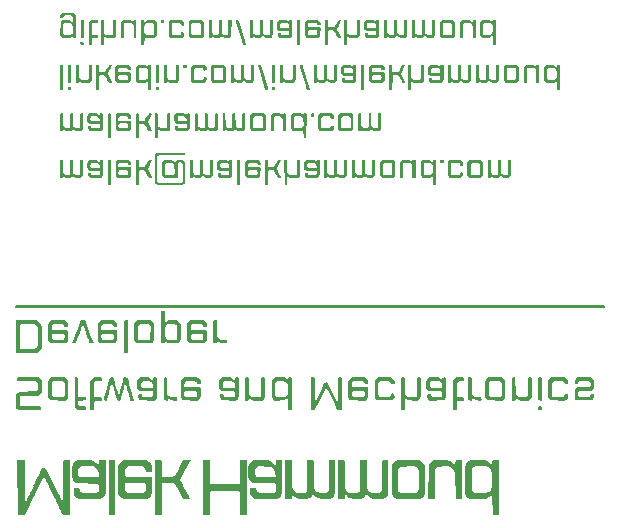
<source format=gbo>
G04 Layer: BottomSilkscreenLayer*
G04 EasyEDA v6.5.50, 2025-06-01 17:24:59*
G04 69e65154b6b24189a8545f2fef81dcb9,5ab416c87bd24f2091f84acd62e1526b,10*
G04 Gerber Generator version 0.2*
G04 Scale: 100 percent, Rotated: No, Reflected: No *
G04 Dimensions in millimeters *
G04 leading zeros omitted , absolute positions ,4 integer and 5 decimal *
%FSLAX45Y45*%
%MOMM*%

%ADD10C,0.0001*%

%LPD*%
G36*
X-5068468Y-3277971D02*
G01*
X-5079593Y-3284575D01*
X-5081371Y-3291382D01*
X-5079542Y-3300984D01*
X-5069078Y-3305200D01*
X-92506Y-3305606D01*
X-85293Y-3301746D01*
X-81381Y-3290417D01*
X-91084Y-3277971D01*
G37*
G36*
X-3825138Y-3324910D02*
G01*
X-3843883Y-3328314D01*
X-3844692Y-3541522D01*
X-3812489Y-3541522D01*
X-3812489Y-3464458D01*
X-3805174Y-3450996D01*
X-3798722Y-3444240D01*
X-3782110Y-3433876D01*
X-3729482Y-3433876D01*
X-3710533Y-3446678D01*
X-3707841Y-3456533D01*
X-3707434Y-3551986D01*
X-3711600Y-3563112D01*
X-3719880Y-3572001D01*
X-3787292Y-3572001D01*
X-3805072Y-3558082D01*
X-3812489Y-3541522D01*
X-3844692Y-3541522D01*
X-3844899Y-3596233D01*
X-3840479Y-3601567D01*
X-3823462Y-3601567D01*
X-3813657Y-3597097D01*
X-3812489Y-3584803D01*
X-3803446Y-3583533D01*
X-3785717Y-3598113D01*
X-3771239Y-3601516D01*
X-3705707Y-3601567D01*
X-3695242Y-3597605D01*
X-3681780Y-3584803D01*
X-3676040Y-3565347D01*
X-3676091Y-3444697D01*
X-3680104Y-3427323D01*
X-3687572Y-3416808D01*
X-3704132Y-3405276D01*
X-3777132Y-3405276D01*
X-3799738Y-3418433D01*
X-3801922Y-3422040D01*
X-3813454Y-3422040D01*
X-3813454Y-3329736D01*
G37*
G36*
X-4143400Y-3403803D02*
G01*
X-4155084Y-3408679D01*
X-4155084Y-3676091D01*
X-4146245Y-3682492D01*
X-4126636Y-3680256D01*
X-4123639Y-3677361D01*
X-4124655Y-3407257D01*
G37*
G36*
X-3387496Y-3403803D02*
G01*
X-3399180Y-3408679D01*
X-3399180Y-3597046D01*
X-3390341Y-3601313D01*
X-3374542Y-3601567D01*
X-3365804Y-3595420D01*
X-3365804Y-3586276D01*
X-3359810Y-3581298D01*
X-3353054Y-3587902D01*
X-3333496Y-3600551D01*
X-3291992Y-3602024D01*
X-3287064Y-3595979D01*
X-3288233Y-3574948D01*
X-3300018Y-3572459D01*
X-3340506Y-3572001D01*
X-3356051Y-3559403D01*
X-3366770Y-3545332D01*
X-3368751Y-3407257D01*
G37*
G36*
X-4674412Y-3403955D02*
G01*
X-4772609Y-3405276D01*
X-4782210Y-3413150D01*
X-4793640Y-3424885D01*
X-4797145Y-3434130D01*
X-4797145Y-3556457D01*
X-4765700Y-3556457D01*
X-4765700Y-3524758D01*
X-4753610Y-3518458D01*
X-4667961Y-3519678D01*
X-4659680Y-3527196D01*
X-4659731Y-3551275D01*
X-4663795Y-3565956D01*
X-4672380Y-3572001D01*
X-4755286Y-3572001D01*
X-4761280Y-3565093D01*
X-4765700Y-3556457D01*
X-4797145Y-3556457D01*
X-4797145Y-3574186D01*
X-4791608Y-3584803D01*
X-4778502Y-3597401D01*
X-4768646Y-3601313D01*
X-4658004Y-3601567D01*
X-4647539Y-3597605D01*
X-4634026Y-3584803D01*
X-4628286Y-3565347D01*
X-4628286Y-3498240D01*
X-4636820Y-3489096D01*
X-4757115Y-3489096D01*
X-4765700Y-3481070D01*
X-4765700Y-3452622D01*
X-4758334Y-3440429D01*
X-4743958Y-3433622D01*
X-4678019Y-3434842D01*
X-4663338Y-3446119D01*
X-4661306Y-3452622D01*
X-4657242Y-3463442D01*
X-4638294Y-3463442D01*
X-4627778Y-3458667D01*
X-4630115Y-3433775D01*
X-4636719Y-3419805D01*
X-4654042Y-3406495D01*
G37*
G36*
X-3576878Y-3403955D02*
G01*
X-3597300Y-3406495D01*
X-3617010Y-3422243D01*
X-3621024Y-3436823D01*
X-3621024Y-3557270D01*
X-3591610Y-3557270D01*
X-3591610Y-3527196D01*
X-3583330Y-3519678D01*
X-3491890Y-3519678D01*
X-3483610Y-3527196D01*
X-3483610Y-3554628D01*
X-3490468Y-3567023D01*
X-3496360Y-3571849D01*
X-3579520Y-3572001D01*
X-3591610Y-3557270D01*
X-3621024Y-3557270D01*
X-3621024Y-3573779D01*
X-3616198Y-3584803D01*
X-3604361Y-3596589D01*
X-3594557Y-3601262D01*
X-3481882Y-3601567D01*
X-3472484Y-3598011D01*
X-3459937Y-3585362D01*
X-3454146Y-3574186D01*
X-3454146Y-3496767D01*
X-3458210Y-3489096D01*
X-3578809Y-3489045D01*
X-3587343Y-3486759D01*
X-3592118Y-3475126D01*
X-3589782Y-3448659D01*
X-3575304Y-3435908D01*
X-3562959Y-3433572D01*
X-3501644Y-3434842D01*
X-3486759Y-3446932D01*
X-3483864Y-3457803D01*
X-3479190Y-3463442D01*
X-3458565Y-3463442D01*
X-3453739Y-3457600D01*
X-3455212Y-3428949D01*
X-3464661Y-3416147D01*
X-3480308Y-3405276D01*
G37*
G36*
X-4504588Y-3404006D02*
G01*
X-4520641Y-3407206D01*
X-4534154Y-3442766D01*
X-4538573Y-3452622D01*
X-4555236Y-3497986D01*
X-4561484Y-3509822D01*
X-4561586Y-3515766D01*
X-4571238Y-3535476D01*
X-4571390Y-3541420D01*
X-4581042Y-3561130D01*
X-4581144Y-3567226D01*
X-4589119Y-3582822D01*
X-4592828Y-3596386D01*
X-4588510Y-3601567D01*
X-4569561Y-3601567D01*
X-4559655Y-3597046D01*
X-4543501Y-3551275D01*
X-4536084Y-3531514D01*
X-4530445Y-3513785D01*
X-4518253Y-3480257D01*
X-4510328Y-3455568D01*
X-4500676Y-3455568D01*
X-4497882Y-3454603D01*
X-4486808Y-3486150D01*
X-4480915Y-3505911D01*
X-4475734Y-3515766D01*
X-4470501Y-3535476D01*
X-4465726Y-3543401D01*
X-4462932Y-3557168D01*
X-4455769Y-3573221D01*
X-4451146Y-3591610D01*
X-4441952Y-3601567D01*
X-4421886Y-3601567D01*
X-4414469Y-3597605D01*
X-4419803Y-3580892D01*
X-4432300Y-3549294D01*
X-4471212Y-3447694D01*
X-4480407Y-3423005D01*
X-4487875Y-3407359D01*
G37*
G36*
X-5068468Y-3404108D02*
G01*
X-5074005Y-3408679D01*
X-5074005Y-3634638D01*
X-5040630Y-3634638D01*
X-5040630Y-3447948D01*
X-5029911Y-3439515D01*
X-4913985Y-3440785D01*
X-4904790Y-3446018D01*
X-4894986Y-3454603D01*
X-4887468Y-3471164D01*
X-4887518Y-3616401D01*
X-4895545Y-3634079D01*
X-4902200Y-3641598D01*
X-4921808Y-3650894D01*
X-5029809Y-3650640D01*
X-5038242Y-3646576D01*
X-5040630Y-3634638D01*
X-5074005Y-3634638D01*
X-5074005Y-3677767D01*
X-5069078Y-3682695D01*
X-4896307Y-3681272D01*
X-4881829Y-3676446D01*
X-4863642Y-3658717D01*
X-4855057Y-3640074D01*
X-4853838Y-3458514D01*
X-4860239Y-3434435D01*
X-4872024Y-3420110D01*
X-4896307Y-3405276D01*
G37*
G36*
X-4038295Y-3404108D02*
G01*
X-4059834Y-3418128D01*
X-4068521Y-3434842D01*
X-4068682Y-3545230D01*
X-4037584Y-3545230D01*
X-4036314Y-3450640D01*
X-4031487Y-3442208D01*
X-4017416Y-3433876D01*
X-3951274Y-3433876D01*
X-3935171Y-3444443D01*
X-3931005Y-3459835D01*
X-3932224Y-3559860D01*
X-3940505Y-3570986D01*
X-4025595Y-3572052D01*
X-4034993Y-3562604D01*
X-4037584Y-3545230D01*
X-4068682Y-3545230D01*
X-4068724Y-3574034D01*
X-4059326Y-3588765D01*
X-4048099Y-3599281D01*
X-4038295Y-3601161D01*
X-3921658Y-3600602D01*
X-3907231Y-3586784D01*
X-3899915Y-3570986D01*
X-3899865Y-3435400D01*
X-3909923Y-3417112D01*
X-3928313Y-3405276D01*
G37*
G36*
X-4352747Y-3405276D02*
G01*
X-4369358Y-3416808D01*
X-4376521Y-3426968D01*
X-4380890Y-3442766D01*
X-4380890Y-3549802D01*
X-4349496Y-3549802D01*
X-4349496Y-3527196D01*
X-4341215Y-3519678D01*
X-4258614Y-3518408D01*
X-4249623Y-3520694D01*
X-4243476Y-3526891D01*
X-4243476Y-3557574D01*
X-4252417Y-3570986D01*
X-4337812Y-3572052D01*
X-4347057Y-3562045D01*
X-4349496Y-3549802D01*
X-4380890Y-3549802D01*
X-4380890Y-3565956D01*
X-4374642Y-3584803D01*
X-4361789Y-3597554D01*
X-4352442Y-3601415D01*
X-4235856Y-3600602D01*
X-4224782Y-3592322D01*
X-4212031Y-3575608D01*
X-4212082Y-3496005D01*
X-4215790Y-3490112D01*
X-4342841Y-3488893D01*
X-4349496Y-3477666D01*
X-4348988Y-3458514D01*
X-4346549Y-3446881D01*
X-4329531Y-3433876D01*
X-4264050Y-3433927D01*
X-4248353Y-3442817D01*
X-4243222Y-3458972D01*
X-4233468Y-3463442D01*
X-4216755Y-3463442D01*
X-4212031Y-3458718D01*
X-4212183Y-3432860D01*
X-4221175Y-3418128D01*
X-4238548Y-3405276D01*
G37*
G36*
X-3895598Y-3887114D02*
G01*
X-3907485Y-3892042D01*
X-3908704Y-3906418D01*
X-3915613Y-3907739D01*
X-3944010Y-3888740D01*
X-3998518Y-3887317D01*
X-4019702Y-3889959D01*
X-4036314Y-3902608D01*
X-4044137Y-3918305D01*
X-4044009Y-3956659D01*
X-4014215Y-3956659D01*
X-4012488Y-3932885D01*
X-3997960Y-3918305D01*
X-3947312Y-3916984D01*
X-3920744Y-3929329D01*
X-3915359Y-3936085D01*
X-3907688Y-3953154D01*
X-3907688Y-3972407D01*
X-3915308Y-3976522D01*
X-4002125Y-3976522D01*
X-4011879Y-3965956D01*
X-4014215Y-3956659D01*
X-4044009Y-3956659D01*
X-4043934Y-3979468D01*
X-4038752Y-3989324D01*
X-4028440Y-4000550D01*
X-4020616Y-4005122D01*
X-3913276Y-4007104D01*
X-3907688Y-4014774D01*
X-3907688Y-4041038D01*
X-3916679Y-4054449D01*
X-3994200Y-4055516D01*
X-4003243Y-4045712D01*
X-4007916Y-4030014D01*
X-4025137Y-4027424D01*
X-4032758Y-4029862D01*
X-4037279Y-4039819D01*
X-4037279Y-4049369D01*
X-4031030Y-4068267D01*
X-4018178Y-4081018D01*
X-4008831Y-4084777D01*
X-3905605Y-4085031D01*
X-3892956Y-4079748D01*
X-3878478Y-4063593D01*
X-3876141Y-4050487D01*
X-3877259Y-3890670D01*
G37*
G36*
X-1439519Y-3887114D02*
G01*
X-1460296Y-3890670D01*
X-1461465Y-3905148D01*
X-1466545Y-3909415D01*
X-1497126Y-3888740D01*
X-1553667Y-3887266D01*
X-1574850Y-3889959D01*
X-1594612Y-3909466D01*
X-1597710Y-3924198D01*
X-1597568Y-3960063D01*
X-1567789Y-3960063D01*
X-1565503Y-3932580D01*
X-1556512Y-3922877D01*
X-1545894Y-3917289D01*
X-1500124Y-3917289D01*
X-1487779Y-3922979D01*
X-1473301Y-3928872D01*
X-1462430Y-3945940D01*
X-1460804Y-3970629D01*
X-1465681Y-3976522D01*
X-1554530Y-3976370D01*
X-1560474Y-3971594D01*
X-1567789Y-3960063D01*
X-1597568Y-3960063D01*
X-1597507Y-3975506D01*
X-1594815Y-3985971D01*
X-1576933Y-4003700D01*
X-1564843Y-4006087D01*
X-1469999Y-4006087D01*
X-1461262Y-4012234D01*
X-1461262Y-4043273D01*
X-1471422Y-4055465D01*
X-1547368Y-4055465D01*
X-1559001Y-4041241D01*
X-1561236Y-4030065D01*
X-1578660Y-4027424D01*
X-1586484Y-4029913D01*
X-1588820Y-4038650D01*
X-1588871Y-4056938D01*
X-1583994Y-4068572D01*
X-1570228Y-4080459D01*
X-1562404Y-4084929D01*
X-1456334Y-4084878D01*
X-1448104Y-4080103D01*
X-1435201Y-4069079D01*
X-1430020Y-4054449D01*
X-1429867Y-3891584D01*
G37*
G36*
X-2819857Y-3887266D02*
G01*
X-2878226Y-3888689D01*
X-2894787Y-3900220D01*
X-2903423Y-3912362D01*
X-2904452Y-4040733D01*
X-2874924Y-4040733D01*
X-2874467Y-3941978D01*
X-2871978Y-3930548D01*
X-2856890Y-3918305D01*
X-2808630Y-3916984D01*
X-2789529Y-3925620D01*
X-2776423Y-3938015D01*
X-2767939Y-3953814D01*
X-2767939Y-4026814D01*
X-2777286Y-4041851D01*
X-2795016Y-4055465D01*
X-2862884Y-4055465D01*
X-2874924Y-4040733D01*
X-2904452Y-4040733D01*
X-2904591Y-4057243D01*
X-2898597Y-4068826D01*
X-2887014Y-4080510D01*
X-2875178Y-4085437D01*
X-2800604Y-4084065D01*
X-2789529Y-4075176D01*
X-2770987Y-4065320D01*
X-2766923Y-4072940D01*
X-2766923Y-4158335D01*
X-2762859Y-4165955D01*
X-2742184Y-4165955D01*
X-2737510Y-4161231D01*
X-2737510Y-3892448D01*
X-2742184Y-3887724D01*
X-2762250Y-3887724D01*
X-2766923Y-3892448D01*
X-2766923Y-3901795D01*
X-2770936Y-3909212D01*
X-2802636Y-3889857D01*
G37*
G36*
X-1792986Y-3887266D02*
G01*
X-1811731Y-3890721D01*
X-1812798Y-4157065D01*
X-1810664Y-4165955D01*
X-1788464Y-4165955D01*
X-1781302Y-4159402D01*
X-1781302Y-4067301D01*
X-1769516Y-4067301D01*
X-1769516Y-4070248D01*
X-1749348Y-4084065D01*
X-1678939Y-4085437D01*
X-1665630Y-4082897D01*
X-1649679Y-4068572D01*
X-1643837Y-4048810D01*
X-1643837Y-3892143D01*
X-1655572Y-3887266D01*
X-1674317Y-3890721D01*
X-1676247Y-4042613D01*
X-1681276Y-4051401D01*
X-1688744Y-4055465D01*
X-1752854Y-4055414D01*
X-1764588Y-4048099D01*
X-1775612Y-4037685D01*
X-1781302Y-4024020D01*
X-1781302Y-3892143D01*
G37*
G36*
X-4144314Y-3887266D02*
G01*
X-4160977Y-3891787D01*
X-4160977Y-3898290D01*
X-4168546Y-3922268D01*
X-4182059Y-3977487D01*
X-4188307Y-3997248D01*
X-4192625Y-4019600D01*
X-4202734Y-4029811D01*
X-4205833Y-4029811D01*
X-4209592Y-4016959D01*
X-4220311Y-3975506D01*
X-4229608Y-3941978D01*
X-4242714Y-3890772D01*
X-4259173Y-3887470D01*
X-4275836Y-3890772D01*
X-4282998Y-3912362D01*
X-4312361Y-4012996D01*
X-4319574Y-4040632D01*
X-4323842Y-4050487D01*
X-4329938Y-4075023D01*
X-4331970Y-4080408D01*
X-4322978Y-4084777D01*
X-4302810Y-4085031D01*
X-4299000Y-4080103D01*
X-4282948Y-4018940D01*
X-4272889Y-3981450D01*
X-4266844Y-3955796D01*
X-4264761Y-3948887D01*
X-4254246Y-3951427D01*
X-4252569Y-3952849D01*
X-4233824Y-4024833D01*
X-4227423Y-4050487D01*
X-4219448Y-4078122D01*
X-4216552Y-4084065D01*
X-4196638Y-4085234D01*
X-4183684Y-4081881D01*
X-4179214Y-4060393D01*
X-4171238Y-4032758D01*
X-4160520Y-3991305D01*
X-4153408Y-3967632D01*
X-4147058Y-3944620D01*
X-4141063Y-3949598D01*
X-4133646Y-3964228D01*
X-4127398Y-3993286D01*
X-4123639Y-4002481D01*
X-4115968Y-4034739D01*
X-4107992Y-4066286D01*
X-4103420Y-4080103D01*
X-4097172Y-4084929D01*
X-4077055Y-4085031D01*
X-4071823Y-4078732D01*
X-4085945Y-4028795D01*
X-4110380Y-3945940D01*
X-4115562Y-3926179D01*
X-4124147Y-3896614D01*
X-4126992Y-3890670D01*
G37*
G36*
X-3314598Y-3887266D02*
G01*
X-3328060Y-3889806D01*
X-3343046Y-3901744D01*
X-3353054Y-3918305D01*
X-3353054Y-3960977D01*
X-3320643Y-3960977D01*
X-3320643Y-3937304D01*
X-3316935Y-3927449D01*
X-3302050Y-3917289D01*
X-3254400Y-3917289D01*
X-3229000Y-3928872D01*
X-3217976Y-3943451D01*
X-3216046Y-3970528D01*
X-3220974Y-3976522D01*
X-3310229Y-3976522D01*
X-3316224Y-3969613D01*
X-3320643Y-3960977D01*
X-3353054Y-3960977D01*
X-3353054Y-3979773D01*
X-3346145Y-3986682D01*
X-3346145Y-3990848D01*
X-3331921Y-4003141D01*
X-3323590Y-4005732D01*
X-3223056Y-4006087D01*
X-3216148Y-4013809D01*
X-3217570Y-4047896D01*
X-3226816Y-4055465D01*
X-3302355Y-4055465D01*
X-3308400Y-4048556D01*
X-3317240Y-4030776D01*
X-3321608Y-4027678D01*
X-3341166Y-4030065D01*
X-3344113Y-4034739D01*
X-3344214Y-4058513D01*
X-3337712Y-4068267D01*
X-3327501Y-4079595D01*
X-3315715Y-4084878D01*
X-3215589Y-4085031D01*
X-3203600Y-4081576D01*
X-3189376Y-4068267D01*
X-3183128Y-4048556D01*
X-3184194Y-3890822D01*
X-3198520Y-3887419D01*
X-3215538Y-3890772D01*
X-3217976Y-3905910D01*
X-3222802Y-3908907D01*
X-3252063Y-3888841D01*
G37*
G36*
X-638657Y-3887266D02*
G01*
X-650341Y-3892143D01*
X-650341Y-4080510D01*
X-641502Y-4084777D01*
X-625602Y-4085031D01*
X-618896Y-4080103D01*
X-619912Y-3890721D01*
G37*
G36*
X-1282954Y-3887368D02*
G01*
X-1344422Y-3888689D01*
X-1360525Y-3901694D01*
X-1369974Y-3914343D01*
X-1371041Y-4156862D01*
X-1369110Y-4161993D01*
X-1344422Y-4161942D01*
X-1339900Y-4158996D01*
X-1338529Y-4091127D01*
X-1330706Y-4085183D01*
X-1279448Y-4085031D01*
X-1274724Y-4080306D01*
X-1274724Y-4059529D01*
X-1282344Y-4055465D01*
X-1332890Y-4055465D01*
X-1339748Y-4050385D01*
X-1338529Y-3934104D01*
X-1332890Y-3925519D01*
X-1318361Y-3917289D01*
X-1279448Y-3917289D01*
X-1274724Y-3912565D01*
X-1274724Y-3891787D01*
G37*
G36*
X-297942Y-3887368D02*
G01*
X-318312Y-3889959D01*
X-332486Y-3901287D01*
X-341020Y-3912158D01*
X-341122Y-3943959D01*
X-316230Y-3945128D01*
X-310896Y-3940708D01*
X-309727Y-3930548D01*
X-294640Y-3918305D01*
X-233324Y-3917035D01*
X-220929Y-3919372D01*
X-205638Y-3932631D01*
X-205841Y-3960571D01*
X-217424Y-3970680D01*
X-225298Y-3972458D01*
X-315620Y-3973677D01*
X-327355Y-3979265D01*
X-337667Y-3990035D01*
X-342087Y-4002735D01*
X-342087Y-4057243D01*
X-337261Y-4068267D01*
X-325424Y-4080052D01*
X-315620Y-4084726D01*
X-201726Y-4084878D01*
X-193446Y-4080103D01*
X-181508Y-4069842D01*
X-175209Y-4057599D01*
X-175260Y-4034739D01*
X-178460Y-4029659D01*
X-197815Y-4027627D01*
X-201980Y-4030776D01*
X-211328Y-4050487D01*
X-217424Y-4055313D01*
X-300583Y-4055465D01*
X-312674Y-4040733D01*
X-312674Y-4021785D01*
X-307086Y-4008424D01*
X-297942Y-4003192D01*
X-202336Y-4001820D01*
X-187960Y-3992372D01*
X-177292Y-3981551D01*
X-174904Y-3965498D01*
X-176174Y-3912362D01*
X-185724Y-3899611D01*
X-201371Y-3888689D01*
G37*
G36*
X-3806596Y-3887470D02*
G01*
X-3821328Y-3891838D01*
X-3821328Y-4080510D01*
X-3812489Y-4084777D01*
X-3796639Y-4085031D01*
X-3787952Y-4078884D01*
X-3787952Y-4069740D01*
X-3781907Y-4064711D01*
X-3775151Y-4071365D01*
X-3755644Y-4084015D01*
X-3714140Y-4085437D01*
X-3709162Y-4079443D01*
X-3710381Y-4058412D01*
X-3722166Y-4055922D01*
X-3762654Y-4055465D01*
X-3778199Y-4042867D01*
X-3788918Y-4028795D01*
X-3790899Y-3890822D01*
G37*
G36*
X-5058206Y-3887520D02*
G01*
X-5066131Y-3891787D01*
X-5066131Y-3915613D01*
X-5062067Y-3923233D01*
X-4912004Y-3923334D01*
X-4896662Y-3926890D01*
X-4888433Y-3935171D01*
X-4887163Y-3990746D01*
X-4891786Y-4002024D01*
X-4897882Y-4007104D01*
X-5037683Y-4009085D01*
X-5059273Y-4018838D01*
X-5069078Y-4030268D01*
X-5073802Y-4040632D01*
X-5074005Y-4138472D01*
X-5068620Y-4151122D01*
X-5059273Y-4159554D01*
X-5047488Y-4165803D01*
X-4868722Y-4165955D01*
X-4859985Y-4159808D01*
X-4859985Y-4138472D01*
X-4867554Y-4134358D01*
X-5020005Y-4134358D01*
X-5033721Y-4127449D01*
X-5040579Y-4113631D01*
X-5040630Y-4061155D01*
X-5034991Y-4050233D01*
X-5028234Y-4044594D01*
X-4876647Y-4042613D01*
X-4865268Y-4031742D01*
X-4862423Y-4031742D01*
X-4853889Y-4011828D01*
X-4855057Y-3916324D01*
X-4862118Y-3902049D01*
X-4880610Y-3888689D01*
G37*
G36*
X-1222705Y-3887622D02*
G01*
X-1241348Y-3890060D01*
X-1241348Y-4082796D01*
X-1232509Y-4084523D01*
X-1220012Y-4085031D01*
X-1209852Y-4081170D01*
X-1207465Y-4069130D01*
X-1200607Y-4065422D01*
X-1193647Y-4073144D01*
X-1175562Y-4083862D01*
X-1140256Y-4085386D01*
X-1129233Y-4081119D01*
X-1130401Y-4058412D01*
X-1142187Y-4055922D01*
X-1183995Y-4055465D01*
X-1204163Y-4037228D01*
X-1208938Y-4028795D01*
X-1210919Y-3890975D01*
G37*
G36*
X-2555900Y-3887673D02*
G01*
X-2576474Y-3889959D01*
X-2576474Y-4161790D01*
X-2569616Y-4165803D01*
X-2545943Y-4165955D01*
X-2537206Y-4159808D01*
X-2516073Y-4115612D01*
X-2448915Y-3978503D01*
X-2443530Y-3978503D01*
X-2433878Y-3986072D01*
X-2428595Y-4002227D01*
X-2423363Y-4006596D01*
X-2423363Y-4010406D01*
X-2370785Y-4117594D01*
X-2349703Y-4161739D01*
X-2340711Y-4165955D01*
X-2318613Y-4165955D01*
X-2311450Y-4159402D01*
X-2311450Y-3891584D01*
X-2321509Y-3887724D01*
X-2340406Y-3887724D01*
X-2344674Y-3892854D01*
X-2345791Y-4087977D01*
X-2349144Y-4093260D01*
X-2360422Y-4080103D01*
X-2394153Y-4011066D01*
X-2434132Y-3930142D01*
X-2447899Y-3927449D01*
X-2456942Y-3933342D01*
X-2459177Y-3939997D01*
X-2482494Y-3989324D01*
X-2486101Y-3995267D01*
X-2492044Y-4009085D01*
X-2496108Y-4014978D01*
X-2498598Y-4022699D01*
X-2531262Y-4087520D01*
X-2535885Y-4093108D01*
X-2540152Y-4088790D01*
X-2542133Y-3890822D01*
G37*
G36*
X-4568596Y-3887724D02*
G01*
X-4573320Y-3892448D01*
X-4573320Y-4138472D01*
X-4567936Y-4151122D01*
X-4558588Y-4159554D01*
X-4546803Y-4165803D01*
X-4481525Y-4165955D01*
X-4476902Y-4160367D01*
X-4478070Y-4137355D01*
X-4489856Y-4134865D01*
X-4531766Y-4134358D01*
X-4544212Y-4119575D01*
X-4542180Y-4090415D01*
X-4537760Y-4086047D01*
X-4481220Y-4084065D01*
X-4476851Y-4079697D01*
X-4478070Y-4058412D01*
X-4489856Y-4055922D01*
X-4539132Y-4055465D01*
X-4543856Y-4050690D01*
X-4543856Y-3891787D01*
X-4551476Y-3887724D01*
G37*
G36*
X-4411878Y-3887724D02*
G01*
X-4430979Y-3900830D01*
X-4441647Y-3920286D01*
X-4441748Y-4159707D01*
X-4436872Y-4161688D01*
X-4414570Y-4161993D01*
X-4408373Y-4159605D01*
X-4408373Y-4093819D01*
X-4402277Y-4085031D01*
X-4353610Y-4085031D01*
X-4343603Y-4080459D01*
X-4343603Y-4060037D01*
X-4353610Y-4055465D01*
X-4403648Y-4055465D01*
X-4408373Y-4050690D01*
X-4408373Y-3931412D01*
X-4391304Y-3917289D01*
X-4353610Y-3917289D01*
X-4343603Y-3912717D01*
X-4343603Y-3892296D01*
X-4353610Y-3887724D01*
G37*
G36*
X-3645712Y-3887724D02*
G01*
X-3667150Y-3901592D01*
X-3675837Y-3918305D01*
X-3676007Y-4034739D01*
X-3644595Y-4034739D01*
X-3644595Y-4010761D01*
X-3635501Y-4002176D01*
X-3547110Y-4002176D01*
X-3538067Y-4011828D01*
X-3539896Y-4043781D01*
X-3547821Y-4054449D01*
X-3631844Y-4055516D01*
X-3640531Y-4049420D01*
X-3644595Y-4034739D01*
X-3676007Y-4034739D01*
X-3676040Y-4057497D01*
X-3666642Y-4072229D01*
X-3655415Y-4082745D01*
X-3645611Y-4084523D01*
X-3539540Y-4085031D01*
X-3525215Y-4081018D01*
X-3511296Y-4065574D01*
X-3506978Y-4050487D01*
X-3508146Y-3977589D01*
X-3517950Y-3972610D01*
X-3636467Y-3972560D01*
X-3645052Y-3961688D01*
X-3642969Y-3933444D01*
X-3638804Y-3925671D01*
X-3624732Y-3917289D01*
X-3559911Y-3917289D01*
X-3542436Y-3927601D01*
X-3538169Y-3944772D01*
X-3520643Y-3947414D01*
X-3508146Y-3943807D01*
X-3506927Y-3922420D01*
X-3513378Y-3905453D01*
X-3529888Y-3891889D01*
X-3540810Y-3887724D01*
G37*
G36*
X-3125470Y-3887724D02*
G01*
X-3130194Y-3892448D01*
X-3130194Y-4080306D01*
X-3125470Y-4085031D01*
X-3104743Y-4085031D01*
X-3099257Y-4076141D01*
X-3096717Y-4065270D01*
X-3073501Y-4081018D01*
X-3056534Y-4084929D01*
X-2991053Y-4085031D01*
X-2981604Y-4081424D01*
X-2969056Y-4068826D01*
X-2963265Y-4057599D01*
X-2963265Y-3892448D01*
X-2967990Y-3887724D01*
X-2985160Y-3887724D01*
X-2992729Y-3891787D01*
X-2992729Y-4037888D01*
X-2999232Y-4050487D01*
X-3005531Y-4055313D01*
X-3072688Y-4055465D01*
X-3090519Y-4041749D01*
X-3099765Y-4026814D01*
X-3100882Y-3892651D01*
X-3107385Y-3887724D01*
G37*
G36*
X-864616Y-3887724D02*
G01*
X-872236Y-3891787D01*
X-872236Y-4080306D01*
X-867511Y-4085031D01*
X-846785Y-4085031D01*
X-841298Y-4076141D01*
X-838758Y-4065270D01*
X-815543Y-4081018D01*
X-798576Y-4084929D01*
X-733094Y-4085031D01*
X-723646Y-4081424D01*
X-711098Y-4068826D01*
X-705358Y-4057599D01*
X-705358Y-3892448D01*
X-710031Y-3887724D01*
X-730097Y-3887724D01*
X-734771Y-3892448D01*
X-734771Y-4038041D01*
X-741680Y-4050487D01*
X-747572Y-4055313D01*
X-814730Y-4055465D01*
X-832459Y-4041851D01*
X-841806Y-4026814D01*
X-842924Y-3892651D01*
X-849426Y-3887724D01*
G37*
G36*
X-533654Y-3887724D02*
G01*
X-555091Y-3901592D01*
X-563778Y-3918305D01*
X-563981Y-4057497D01*
X-554583Y-4072229D01*
X-543356Y-4082745D01*
X-533552Y-4084523D01*
X-427532Y-4085031D01*
X-413613Y-4081119D01*
X-401218Y-4068267D01*
X-395122Y-4053586D01*
X-395122Y-4028287D01*
X-403961Y-4025900D01*
X-417677Y-4025900D01*
X-426161Y-4028186D01*
X-428701Y-4045305D01*
X-436626Y-4055465D01*
X-520954Y-4055465D01*
X-530301Y-4046067D01*
X-532892Y-4028643D01*
X-531571Y-3934104D01*
X-526745Y-3925671D01*
X-512673Y-3917289D01*
X-447852Y-3917289D01*
X-430530Y-3927500D01*
X-426262Y-3943959D01*
X-419912Y-3948887D01*
X-402691Y-3948887D01*
X-395122Y-3944823D01*
X-395224Y-3920286D01*
X-402437Y-3904234D01*
X-418134Y-3891787D01*
X-428751Y-3887724D01*
G37*
G36*
X-4772609Y-3888689D02*
G01*
X-4782210Y-3896614D01*
X-4793640Y-3908348D01*
X-4797145Y-3917594D01*
X-4797145Y-4039920D01*
X-4765700Y-4039920D01*
X-4765700Y-3936085D01*
X-4758334Y-3923893D01*
X-4743958Y-3917035D01*
X-4677714Y-3918305D01*
X-4662728Y-3930497D01*
X-4660087Y-3939997D01*
X-4659731Y-4034739D01*
X-4663795Y-4049420D01*
X-4672380Y-4055465D01*
X-4755286Y-4055465D01*
X-4761280Y-4048556D01*
X-4765700Y-4039920D01*
X-4797145Y-4039920D01*
X-4797145Y-4057599D01*
X-4791608Y-4068267D01*
X-4778502Y-4080865D01*
X-4768646Y-4084777D01*
X-4658004Y-4085031D01*
X-4647539Y-4081018D01*
X-4634026Y-4068267D01*
X-4628286Y-4048810D01*
X-4628388Y-3928160D01*
X-4632350Y-3910787D01*
X-4639818Y-3900220D01*
X-4656429Y-3888689D01*
G37*
G36*
X-2226005Y-3888689D02*
G01*
X-2235962Y-3891534D01*
X-2253843Y-3908755D01*
X-2256434Y-3921760D01*
X-2256434Y-4040733D01*
X-2227021Y-4040733D01*
X-2227021Y-4010660D01*
X-2218740Y-4003141D01*
X-2127300Y-4003141D01*
X-2119020Y-4010660D01*
X-2119020Y-4037888D01*
X-2125522Y-4050487D01*
X-2131771Y-4055313D01*
X-2214930Y-4055465D01*
X-2227021Y-4040733D01*
X-2256434Y-4040733D01*
X-2256434Y-4057599D01*
X-2250694Y-4068826D01*
X-2239314Y-4080256D01*
X-2229967Y-4084777D01*
X-2117293Y-4085031D01*
X-2107895Y-4081424D01*
X-2095347Y-4068826D01*
X-2089556Y-4057599D01*
X-2089556Y-3980179D01*
X-2093620Y-3972560D01*
X-2217369Y-3972560D01*
X-2227529Y-3962349D01*
X-2225294Y-3932123D01*
X-2210714Y-3919372D01*
X-2198319Y-3917035D01*
X-2137054Y-3918305D01*
X-2122170Y-3930396D01*
X-2119274Y-3941267D01*
X-2114600Y-3946906D01*
X-2093975Y-3946906D01*
X-2089150Y-3941064D01*
X-2090623Y-3912362D01*
X-2100072Y-3899611D01*
X-2115718Y-3888689D01*
G37*
G36*
X-2006447Y-3888689D02*
G01*
X-2023008Y-3900220D01*
X-2030222Y-3910380D01*
X-2034539Y-3926179D01*
X-2034590Y-4049369D01*
X-2028342Y-4068267D01*
X-2015489Y-4081018D01*
X-2006092Y-4084878D01*
X-1889556Y-4084065D01*
X-1878482Y-4075785D01*
X-1865579Y-4058869D01*
X-1866696Y-4026814D01*
X-1889201Y-4025646D01*
X-1897125Y-4029913D01*
X-1897125Y-4041038D01*
X-1906117Y-4054449D01*
X-1991512Y-4055516D01*
X-2000707Y-4045508D01*
X-2003145Y-4033265D01*
X-2002688Y-3941978D01*
X-2000199Y-3930345D01*
X-1983232Y-3917289D01*
X-1917750Y-3917391D01*
X-1902053Y-3926332D01*
X-1896973Y-3941876D01*
X-1890623Y-3948887D01*
X-1868119Y-3948887D01*
X-1865731Y-3942638D01*
X-1865833Y-3916324D01*
X-1874875Y-3901592D01*
X-1892249Y-3888689D01*
G37*
G36*
X-1071524Y-3888689D02*
G01*
X-1081125Y-3896614D01*
X-1092555Y-3908348D01*
X-1096060Y-3917594D01*
X-1096060Y-4039920D01*
X-1064666Y-4039920D01*
X-1064615Y-3936085D01*
X-1057249Y-3923893D01*
X-1042873Y-3917035D01*
X-976630Y-3918305D01*
X-961644Y-3930497D01*
X-959002Y-3939997D01*
X-958646Y-4034739D01*
X-962710Y-4049420D01*
X-971296Y-4055465D01*
X-1054201Y-4055465D01*
X-1060196Y-4048556D01*
X-1064666Y-4039920D01*
X-1096060Y-4039920D01*
X-1096060Y-4057599D01*
X-1090523Y-4068267D01*
X-1077417Y-4080865D01*
X-1067612Y-4084777D01*
X-956919Y-4085031D01*
X-946454Y-4081018D01*
X-932942Y-4068267D01*
X-927201Y-4048810D01*
X-927303Y-3928160D01*
X-931265Y-3910787D01*
X-938784Y-3900220D01*
X-955344Y-3888689D01*
G37*
G36*
X-624586Y-4134358D02*
G01*
X-637590Y-4134408D01*
X-652322Y-4136847D01*
X-652322Y-4163669D01*
X-645464Y-4165498D01*
X-621690Y-4165955D01*
X-616966Y-4161231D01*
X-616966Y-4138472D01*
G37*
G36*
X-3642106Y-4587748D02*
G01*
X-3655822Y-4592320D01*
X-3662375Y-4606950D01*
X-3673856Y-4626711D01*
X-3682136Y-4642510D01*
X-3693464Y-4662220D01*
X-3701745Y-4678019D01*
X-3713124Y-4697730D01*
X-3719118Y-4710277D01*
X-3731107Y-4728108D01*
X-3747668Y-4730597D01*
X-3830523Y-4729327D01*
X-3837025Y-4723892D01*
X-3837025Y-4592980D01*
X-3841750Y-4588205D01*
X-3877259Y-4588256D01*
X-3891991Y-4590694D01*
X-3891991Y-5051602D01*
X-3889603Y-5057851D01*
X-3839464Y-5057851D01*
X-3837025Y-5045506D01*
X-3837025Y-4787646D01*
X-3829405Y-4783582D01*
X-3733088Y-4783582D01*
X-3724960Y-4792370D01*
X-3714902Y-4812182D01*
X-3701796Y-4833874D01*
X-3693668Y-4849672D01*
X-3682136Y-4869434D01*
X-3673856Y-4885182D01*
X-3662375Y-4904943D01*
X-3655923Y-4919421D01*
X-3647541Y-4921656D01*
X-3598468Y-4921656D01*
X-3593134Y-4918252D01*
X-3597605Y-4915458D01*
X-3606698Y-4897018D01*
X-3646474Y-4822037D01*
X-3656279Y-4802327D01*
X-3660089Y-4796383D01*
X-3676497Y-4763770D01*
X-3679951Y-4761636D01*
X-3679951Y-4750917D01*
X-3673551Y-4741722D01*
X-3656888Y-4709566D01*
X-3605631Y-4612894D01*
X-3599281Y-4599228D01*
X-3593287Y-4592574D01*
X-3598316Y-4589424D01*
G37*
G36*
X-3153562Y-4587748D02*
G01*
X-3175254Y-4590491D01*
X-3176320Y-4784953D01*
X-3181705Y-4791456D01*
X-3422497Y-4791456D01*
X-3428644Y-4782718D01*
X-3428644Y-4592574D01*
X-3440988Y-4588205D01*
X-3474770Y-4588256D01*
X-3489502Y-4590694D01*
X-3489502Y-5055209D01*
X-3486861Y-5057851D01*
X-3434740Y-5057851D01*
X-3428644Y-5049113D01*
X-3428644Y-4863388D01*
X-3422497Y-4854600D01*
X-3181705Y-4854600D01*
X-3176320Y-4861153D01*
X-3174339Y-5056886D01*
X-3118612Y-5057952D01*
X-3114802Y-5050840D01*
X-3113481Y-4594352D01*
X-3118358Y-4589424D01*
G37*
G36*
X-4361230Y-4587748D02*
G01*
X-4367123Y-4592675D01*
X-4367123Y-4627930D01*
X-4371492Y-4636058D01*
X-4377944Y-4626254D01*
X-4389983Y-4612589D01*
X-4407408Y-4600651D01*
X-4442764Y-4589221D01*
X-4548784Y-4589272D01*
X-4571238Y-4600295D01*
X-4590796Y-4622749D01*
X-4599838Y-4654346D01*
X-4599780Y-4675022D01*
X-4544364Y-4675022D01*
X-4537913Y-4657953D01*
X-4526635Y-4647082D01*
X-4511446Y-4643577D01*
X-4421581Y-4643475D01*
X-4405426Y-4648200D01*
X-4385818Y-4662728D01*
X-4377385Y-4672076D01*
X-4367123Y-4698034D01*
X-4367123Y-4731461D01*
X-4371848Y-4736236D01*
X-4521301Y-4736185D01*
X-4530953Y-4731258D01*
X-4542485Y-4714748D01*
X-4544364Y-4675022D01*
X-4599780Y-4675022D01*
X-4599686Y-4727346D01*
X-4588459Y-4758893D01*
X-4579772Y-4767072D01*
X-4578197Y-4770729D01*
X-4560925Y-4782058D01*
X-4548784Y-4786274D01*
X-4372711Y-4788509D01*
X-4367123Y-4796180D01*
X-4367123Y-4848402D01*
X-4372406Y-4853686D01*
X-4377283Y-4862830D01*
X-4393641Y-4870297D01*
X-4501794Y-4870399D01*
X-4519066Y-4861509D01*
X-4526534Y-4851196D01*
X-4529124Y-4830064D01*
X-4538929Y-4825085D01*
X-4578400Y-4825034D01*
X-4583125Y-4829759D01*
X-4583125Y-4869434D01*
X-4578959Y-4884369D01*
X-4569663Y-4898136D01*
X-4558182Y-4908854D01*
X-4538929Y-4918659D01*
X-4527143Y-4921300D01*
X-4360265Y-4920742D01*
X-4338726Y-4909312D01*
X-4320844Y-4890160D01*
X-4310126Y-4857597D01*
X-4310227Y-4592421D01*
X-4315053Y-4589373D01*
G37*
G36*
X-2417470Y-4587748D02*
G01*
X-2423363Y-4592675D01*
X-2423363Y-4848910D01*
X-2434132Y-4862779D01*
X-2448712Y-4870399D01*
X-2489098Y-4870246D01*
X-2519984Y-4862931D01*
X-2539644Y-4843780D01*
X-2550972Y-4820107D01*
X-2550972Y-4592980D01*
X-2555697Y-4588205D01*
X-2591206Y-4588256D01*
X-2605938Y-4590694D01*
X-2606040Y-4837836D01*
X-2609545Y-4853076D01*
X-2620670Y-4864811D01*
X-2633929Y-4870399D01*
X-2673705Y-4870246D01*
X-2696667Y-4864760D01*
X-2712567Y-4853686D01*
X-2726690Y-4836718D01*
X-2735376Y-4812182D01*
X-2735529Y-4592320D01*
X-2743149Y-4588205D01*
X-2778150Y-4588205D01*
X-2790494Y-4592574D01*
X-2790494Y-4919421D01*
X-2783636Y-4921250D01*
X-2741726Y-4921707D01*
X-2735529Y-4919319D01*
X-2735529Y-4878527D01*
X-2732074Y-4876393D01*
X-2713939Y-4895900D01*
X-2713939Y-4900015D01*
X-2709976Y-4900015D01*
X-2693720Y-4911852D01*
X-2689402Y-4911852D01*
X-2669743Y-4921605D01*
X-2604922Y-4921707D01*
X-2590241Y-4913833D01*
X-2584094Y-4913833D01*
X-2563012Y-4892649D01*
X-2556916Y-4877968D01*
X-2544114Y-4880711D01*
X-2543911Y-4881270D01*
X-2530348Y-4899660D01*
X-2519527Y-4906162D01*
X-2519527Y-4909566D01*
X-2504846Y-4914290D01*
X-2487574Y-4922062D01*
X-2416454Y-4920589D01*
X-2394864Y-4909464D01*
X-2377186Y-4890566D01*
X-2367381Y-4863490D01*
X-2366314Y-4593437D01*
X-2370328Y-4589424D01*
G37*
G36*
X-1033729Y-4587798D02*
G01*
X-1037082Y-4593183D01*
X-1037132Y-4621885D01*
X-1043279Y-4636566D01*
X-1051966Y-4622241D01*
X-1063650Y-4610709D01*
X-1077925Y-4600244D01*
X-1100988Y-4589221D01*
X-1219098Y-4589221D01*
X-1242314Y-4601006D01*
X-1262481Y-4623765D01*
X-1269136Y-4656277D01*
X-1267923Y-4843830D01*
X-1213866Y-4843830D01*
X-1213866Y-4670958D01*
X-1206398Y-4656277D01*
X-1196848Y-4647336D01*
X-1183436Y-4643475D01*
X-1093114Y-4643475D01*
X-1078280Y-4647641D01*
X-1061720Y-4658918D01*
X-1049426Y-4672076D01*
X-1038148Y-4697730D01*
X-1038148Y-4820107D01*
X-1050798Y-4843780D01*
X-1059992Y-4853635D01*
X-1070102Y-4862779D01*
X-1100480Y-4870399D01*
X-1187348Y-4870145D01*
X-1204518Y-4861509D01*
X-1213866Y-4843830D01*
X-1267923Y-4843830D01*
X-1267764Y-4869434D01*
X-1260957Y-4889652D01*
X-1242314Y-4909312D01*
X-1218793Y-4920742D01*
X-1100582Y-4920742D01*
X-1095095Y-4916170D01*
X-1079042Y-4911852D01*
X-1067612Y-4901996D01*
X-1064818Y-4901996D01*
X-1054506Y-4891125D01*
X-1044651Y-4875834D01*
X-1038148Y-4882388D01*
X-1036015Y-5056886D01*
X-1035202Y-5057851D01*
X-984554Y-5057851D01*
X-982167Y-5051602D01*
X-982167Y-4592421D01*
X-987094Y-4589272D01*
G37*
G36*
X-2820822Y-4587798D02*
G01*
X-2868066Y-4589373D01*
X-2872994Y-4592421D01*
X-2872994Y-4625289D01*
X-2880309Y-4634382D01*
X-2885744Y-4624273D01*
X-2897632Y-4610912D01*
X-2913227Y-4600397D01*
X-2946603Y-4589322D01*
X-3054604Y-4589221D01*
X-3078175Y-4601667D01*
X-3088182Y-4612894D01*
X-3099003Y-4629251D01*
X-3102610Y-4654346D01*
X-3102610Y-4710226D01*
X-3047695Y-4710226D01*
X-3047695Y-4670958D01*
X-3041599Y-4656277D01*
X-3030118Y-4645761D01*
X-3009392Y-4643120D01*
X-2919120Y-4644542D01*
X-2905353Y-4650841D01*
X-2886913Y-4667300D01*
X-2874264Y-4689551D01*
X-2872435Y-4730242D01*
X-2877362Y-4736236D01*
X-3027121Y-4736185D01*
X-3040024Y-4728311D01*
X-3047695Y-4710226D01*
X-3102610Y-4710226D01*
X-3102610Y-4727346D01*
X-3097631Y-4751019D01*
X-3084728Y-4768799D01*
X-3065780Y-4783226D01*
X-3038144Y-4787544D01*
X-2879090Y-4787544D01*
X-2872994Y-4796282D01*
X-2872994Y-4848098D01*
X-2884373Y-4863896D01*
X-2900527Y-4870399D01*
X-3007614Y-4870399D01*
X-3024886Y-4861509D01*
X-3032506Y-4851044D01*
X-3034944Y-4828133D01*
X-3050590Y-4824882D01*
X-3087979Y-4826000D01*
X-3088944Y-4873345D01*
X-3083306Y-4883251D01*
X-3077768Y-4895088D01*
X-3059785Y-4911699D01*
X-3044748Y-4918252D01*
X-3033014Y-4921402D01*
X-2866085Y-4920742D01*
X-2844495Y-4909464D01*
X-2829458Y-4895088D01*
X-2817012Y-4869434D01*
X-2815894Y-4593742D01*
G37*
G36*
X-1838655Y-4588052D02*
G01*
X-1868678Y-4602378D01*
X-1879650Y-4616856D01*
X-1890268Y-4632604D01*
X-1891187Y-4850384D01*
X-1835302Y-4850384D01*
X-1835302Y-4663490D01*
X-1827174Y-4652619D01*
X-1816354Y-4644440D01*
X-1699818Y-4643221D01*
X-1679905Y-4645660D01*
X-1665122Y-4658512D01*
X-1659636Y-4681931D01*
X-1659585Y-4833874D01*
X-1665478Y-4853381D01*
X-1671675Y-4862830D01*
X-1688033Y-4870297D01*
X-1809902Y-4870399D01*
X-1827225Y-4861509D01*
X-1835302Y-4850384D01*
X-1891187Y-4850384D01*
X-1891284Y-4873345D01*
X-1878482Y-4897577D01*
X-1861159Y-4912055D01*
X-1847088Y-4918252D01*
X-1835302Y-4921402D01*
X-1654657Y-4920742D01*
X-1631086Y-4907991D01*
X-1620418Y-4898339D01*
X-1607515Y-4873599D01*
X-1606296Y-4656277D01*
X-1608785Y-4631893D01*
X-1620977Y-4612894D01*
X-1631086Y-4601819D01*
X-1654657Y-4589221D01*
G37*
G36*
X-5048300Y-4588205D02*
G01*
X-5058308Y-4592828D01*
X-5057292Y-5051348D01*
X-5051907Y-5057851D01*
X-4999482Y-5057851D01*
X-4985613Y-5037175D01*
X-4985562Y-5031232D01*
X-4977841Y-5021376D01*
X-4977790Y-5017922D01*
X-4916627Y-4893106D01*
X-4912258Y-4885182D01*
X-4906822Y-4873345D01*
X-4899456Y-4859528D01*
X-4843780Y-4745075D01*
X-4834077Y-4732070D01*
X-4828235Y-4736947D01*
X-4820869Y-4751019D01*
X-4815382Y-4762855D01*
X-4812893Y-4768799D01*
X-4809032Y-4774692D01*
X-4803089Y-4788509D01*
X-4799177Y-4794453D01*
X-4793284Y-4808220D01*
X-4789576Y-4814163D01*
X-4755591Y-4885182D01*
X-4752035Y-4891125D01*
X-4746142Y-4904943D01*
X-4742180Y-4910836D01*
X-4734306Y-4928616D01*
X-4730496Y-4934508D01*
X-4724552Y-4948326D01*
X-4720844Y-4954270D01*
X-4706823Y-4983886D01*
X-4706823Y-4988814D01*
X-4703267Y-4988814D01*
X-4696206Y-5008524D01*
X-4693615Y-5008524D01*
X-4686655Y-5027269D01*
X-4681931Y-5033213D01*
X-4676749Y-5047030D01*
X-4666843Y-5057851D01*
X-4614418Y-5057851D01*
X-4610608Y-5047742D01*
X-4610608Y-4592320D01*
X-4618228Y-4588205D01*
X-4667453Y-4588205D01*
X-4669536Y-4597095D01*
X-4670501Y-4939334D01*
X-4677257Y-4946142D01*
X-4683353Y-4930597D01*
X-4690872Y-4916779D01*
X-4696307Y-4904943D01*
X-4700625Y-4897018D01*
X-4722825Y-4849672D01*
X-4730140Y-4835855D01*
X-4735525Y-4824018D01*
X-4739843Y-4816144D01*
X-4771898Y-4749038D01*
X-4775606Y-4743145D01*
X-4781651Y-4729327D01*
X-4815078Y-4661255D01*
X-4822393Y-4657293D01*
X-4843272Y-4657344D01*
X-4852060Y-4659731D01*
X-4868062Y-4693818D01*
X-4871770Y-4699711D01*
X-4879594Y-4717491D01*
X-4883302Y-4723384D01*
X-4907076Y-4773117D01*
X-4907076Y-4776368D01*
X-4912461Y-4782616D01*
X-4919421Y-4801311D01*
X-4922824Y-4801311D01*
X-4922774Y-4806289D01*
X-4946650Y-4855616D01*
X-4950358Y-4861509D01*
X-4956251Y-4875326D01*
X-4960213Y-4881270D01*
X-4962601Y-4888484D01*
X-4975809Y-4914798D01*
X-4975809Y-4919268D01*
X-4981702Y-4924145D01*
X-4986274Y-4939538D01*
X-4990998Y-4943449D01*
X-4996434Y-4936896D01*
X-4998415Y-4591354D01*
X-5008219Y-4588611D01*
G37*
G36*
X-4234434Y-4588205D02*
G01*
X-4269943Y-4588256D01*
X-4284675Y-4590694D01*
X-4284675Y-5055209D01*
X-4282084Y-5057851D01*
X-4233519Y-5057851D01*
X-4229709Y-5047742D01*
X-4229709Y-4592980D01*
G37*
G36*
X-2290622Y-4588205D02*
G01*
X-2326132Y-4588256D01*
X-2340864Y-4590694D01*
X-2340864Y-4919065D01*
X-2338171Y-4921808D01*
X-2286863Y-4920742D01*
X-2284933Y-4880457D01*
X-2280361Y-4875885D01*
X-2270150Y-4892090D01*
X-2266543Y-4892090D01*
X-2264308Y-4899101D01*
X-2250541Y-4906518D01*
X-2250541Y-4909261D01*
X-2234133Y-4914188D01*
X-2220163Y-4921707D01*
X-2156155Y-4921707D01*
X-2129942Y-4909413D01*
X-2113178Y-4891532D01*
X-2106269Y-4877511D01*
X-2101799Y-4876139D01*
X-2088591Y-4889195D01*
X-2078380Y-4900980D01*
X-2067255Y-4910480D01*
X-2036419Y-4922164D01*
X-1966823Y-4920335D01*
X-1946706Y-4910074D01*
X-1934718Y-4898999D01*
X-1924507Y-4883861D01*
X-1918766Y-4856327D01*
X-1918766Y-4592828D01*
X-1928723Y-4588205D01*
X-1966823Y-4588357D01*
X-1973732Y-4593590D01*
X-1973732Y-4843830D01*
X-1983130Y-4861509D01*
X-2000199Y-4870754D01*
X-2049322Y-4868875D01*
X-2070303Y-4862982D01*
X-2089759Y-4843780D01*
X-2100376Y-4826000D01*
X-2102307Y-4591202D01*
X-2114092Y-4588713D01*
X-2151430Y-4588306D01*
X-2156206Y-4591354D01*
X-2157323Y-4847996D01*
X-2168347Y-4862525D01*
X-2183638Y-4870399D01*
X-2223465Y-4870399D01*
X-2247595Y-4864252D01*
X-2265273Y-4851704D01*
X-2275128Y-4840071D01*
X-2285796Y-4816144D01*
X-2285898Y-4592980D01*
G37*
G36*
X-1298752Y-4588205D02*
G01*
X-1338529Y-4588611D01*
X-1348384Y-4591354D01*
X-1350314Y-4627118D01*
X-1355699Y-4633620D01*
X-1359052Y-4633620D01*
X-1365097Y-4621834D01*
X-1378661Y-4608931D01*
X-1389735Y-4600498D01*
X-1407261Y-4595368D01*
X-1416913Y-4589221D01*
X-1530959Y-4589221D01*
X-1555089Y-4601514D01*
X-1565351Y-4612894D01*
X-1578102Y-4632553D01*
X-1579168Y-4916576D01*
X-1577238Y-4921707D01*
X-1532280Y-4921707D01*
X-1526032Y-4919319D01*
X-1526032Y-4685893D01*
X-1522171Y-4662220D01*
X-1515008Y-4652619D01*
X-1504188Y-4644440D01*
X-1421688Y-4643120D01*
X-1390497Y-4647336D01*
X-1369974Y-4662678D01*
X-1363472Y-4670094D01*
X-1350314Y-4695494D01*
X-1349095Y-4919726D01*
X-1340510Y-4921859D01*
X-1295349Y-4920742D01*
X-1294333Y-4593590D01*
G37*
G36*
X-4154424Y-4589221D02*
G01*
X-4177690Y-4601006D01*
X-4198061Y-4624120D01*
X-4203192Y-4646422D01*
X-4203192Y-4843780D01*
X-4149293Y-4843780D01*
X-4148226Y-4786630D01*
X-4138422Y-4781651D01*
X-3978605Y-4781600D01*
X-3972509Y-4790389D01*
X-3972509Y-4839868D01*
X-3976370Y-4853330D01*
X-3987241Y-4864811D01*
X-4000449Y-4870399D01*
X-4122724Y-4870145D01*
X-4139895Y-4861509D01*
X-4149293Y-4843780D01*
X-4203192Y-4843780D01*
X-4203192Y-4867452D01*
X-4196384Y-4889601D01*
X-4177131Y-4909921D01*
X-4158030Y-4918405D01*
X-4146245Y-4921402D01*
X-3965600Y-4920742D01*
X-3945991Y-4910124D01*
X-3927601Y-4891125D01*
X-3917543Y-4863998D01*
X-3917543Y-4736541D01*
X-3919880Y-4730292D01*
X-4135221Y-4730292D01*
X-4146194Y-4726127D01*
X-4149140Y-4721402D01*
X-4149191Y-4670958D01*
X-4141724Y-4656277D01*
X-4132173Y-4647336D01*
X-4118813Y-4643475D01*
X-4002887Y-4643475D01*
X-3989425Y-4647387D01*
X-3974744Y-4661763D01*
X-3972204Y-4681931D01*
X-3970274Y-4688840D01*
X-3919575Y-4688840D01*
X-3917086Y-4678984D01*
X-3918864Y-4636566D01*
X-3929634Y-4616856D01*
X-3944010Y-4601667D01*
X-3967581Y-4589221D01*
G37*
G36*
X-4669840Y-801674D02*
G01*
X-4682388Y-806094D01*
X-4690719Y-815238D01*
X-4694631Y-824585D01*
X-4694631Y-838098D01*
X-4689856Y-843330D01*
X-4680966Y-843330D01*
X-4674666Y-841603D01*
X-4668774Y-829056D01*
X-4660239Y-824687D01*
X-4601921Y-824687D01*
X-4593132Y-830021D01*
X-4589729Y-841502D01*
X-4589729Y-873353D01*
X-4596028Y-877824D01*
X-4603343Y-870864D01*
X-4619142Y-862736D01*
X-4675225Y-862736D01*
X-4689144Y-872794D01*
X-4693869Y-881430D01*
X-4694706Y-978763D01*
X-4670196Y-978763D01*
X-4670196Y-902157D01*
X-4665980Y-892098D01*
X-4652670Y-886206D01*
X-4611979Y-887221D01*
X-4600244Y-893470D01*
X-4592675Y-903427D01*
X-4589780Y-915924D01*
X-4589729Y-957935D01*
X-4592523Y-972718D01*
X-4598924Y-981405D01*
X-4612233Y-989888D01*
X-4659020Y-989888D01*
X-4670196Y-978763D01*
X-4694706Y-978763D01*
X-4694783Y-987755D01*
X-4691634Y-998423D01*
X-4683963Y-1007567D01*
X-4675225Y-1013002D01*
X-4612995Y-1012190D01*
X-4599025Y-1002284D01*
X-4596739Y-998524D01*
X-4591354Y-1001369D01*
X-4589475Y-1010056D01*
X-4584141Y-1012901D01*
X-4567275Y-1012901D01*
X-4563821Y-1009446D01*
X-4563872Y-828243D01*
X-4566869Y-817422D01*
X-4576013Y-806958D01*
X-4587544Y-801725D01*
G37*
G36*
X-2340356Y-861720D02*
G01*
X-2347468Y-871372D01*
X-2365349Y-904443D01*
X-2368092Y-908710D01*
X-2373630Y-920750D01*
X-2379573Y-926693D01*
X-2419959Y-926693D01*
X-2425547Y-923696D01*
X-2425547Y-865378D01*
X-2432862Y-862025D01*
X-2447950Y-862025D01*
X-2451404Y-865479D01*
X-2451354Y-1068222D01*
X-2449677Y-1074521D01*
X-2443480Y-1075740D01*
X-2434894Y-1076096D01*
X-2428595Y-1074420D01*
X-2425547Y-1065631D01*
X-2425547Y-956868D01*
X-2419807Y-951128D01*
X-2383129Y-951128D01*
X-2374544Y-956411D01*
X-2359456Y-983437D01*
X-2357424Y-987755D01*
X-2344826Y-1009294D01*
X-2340203Y-1012901D01*
X-2321864Y-1012901D01*
X-2316530Y-1010056D01*
X-2336444Y-974090D01*
X-2336444Y-972718D01*
X-2352344Y-944016D01*
X-2352700Y-934567D01*
X-2339594Y-910183D01*
X-2328570Y-888593D01*
X-2316276Y-865784D01*
X-2319274Y-862787D01*
G37*
G36*
X-2904794Y-861771D02*
G01*
X-2921101Y-863193D01*
X-2924200Y-865073D01*
X-2924200Y-981506D01*
X-2932582Y-989888D01*
X-2958896Y-989888D01*
X-2971647Y-982471D01*
X-2977642Y-974801D01*
X-2981655Y-965149D01*
X-2981655Y-865022D01*
X-2987243Y-862025D01*
X-3000197Y-862025D01*
X-3007512Y-865378D01*
X-3007614Y-980592D01*
X-3015183Y-989177D01*
X-3041751Y-990193D01*
X-3054705Y-982573D01*
X-3061665Y-973378D01*
X-3065018Y-963625D01*
X-3065018Y-865378D01*
X-3072333Y-862025D01*
X-3087420Y-862025D01*
X-3090875Y-865479D01*
X-3090875Y-1009446D01*
X-3087420Y-1012901D01*
X-3070047Y-1012799D01*
X-3065018Y-1008989D01*
X-3065018Y-1001623D01*
X-3059125Y-999744D01*
X-3046323Y-1010259D01*
X-3037027Y-1012901D01*
X-3004870Y-1012901D01*
X-2996742Y-1009853D01*
X-2985262Y-998728D01*
X-2977692Y-996848D01*
X-2973781Y-1002233D01*
X-2959811Y-1012190D01*
X-2915767Y-1012190D01*
X-2907639Y-1006144D01*
X-2899308Y-994410D01*
X-2897073Y-980592D01*
X-2896870Y-864819D01*
G37*
G36*
X-1532432Y-861771D02*
G01*
X-1548739Y-863193D01*
X-1551838Y-865073D01*
X-1551838Y-981506D01*
X-1560220Y-989888D01*
X-1586534Y-989888D01*
X-1599234Y-982471D01*
X-1605229Y-974801D01*
X-1609293Y-965149D01*
X-1609293Y-865022D01*
X-1614881Y-862025D01*
X-1627835Y-862025D01*
X-1635150Y-865378D01*
X-1635251Y-980592D01*
X-1642821Y-989177D01*
X-1670557Y-990193D01*
X-1683918Y-981151D01*
X-1689354Y-973378D01*
X-1693113Y-963320D01*
X-1694281Y-865632D01*
X-1698955Y-862025D01*
X-1715058Y-862025D01*
X-1718513Y-865479D01*
X-1718513Y-1009446D01*
X-1715058Y-1012901D01*
X-1697888Y-1012901D01*
X-1692656Y-1008126D01*
X-1692656Y-1001623D01*
X-1686763Y-999744D01*
X-1673961Y-1010259D01*
X-1664665Y-1012901D01*
X-1632457Y-1012901D01*
X-1624380Y-1009853D01*
X-1612900Y-998728D01*
X-1605330Y-996848D01*
X-1601419Y-1002233D01*
X-1587449Y-1012190D01*
X-1543405Y-1012190D01*
X-1535277Y-1006144D01*
X-1526946Y-994410D01*
X-1524711Y-980592D01*
X-1524508Y-864819D01*
G37*
G36*
X-4387900Y-861821D02*
G01*
X-4434027Y-862736D01*
X-4446168Y-871169D01*
X-4453890Y-884326D01*
X-4454753Y-1063904D01*
X-4453077Y-1070508D01*
X-4446727Y-1073251D01*
X-4431639Y-1072286D01*
X-4429455Y-1070152D01*
X-4428032Y-1018743D01*
X-4422902Y-1013612D01*
X-4379163Y-1012190D01*
X-4379163Y-992124D01*
X-4387799Y-990244D01*
X-4424121Y-989888D01*
X-4428032Y-985164D01*
X-4428032Y-898398D01*
X-4424222Y-891286D01*
X-4413656Y-887425D01*
X-4381144Y-885596D01*
X-4378502Y-881430D01*
X-4378452Y-863600D01*
G37*
G36*
X-4106875Y-861821D02*
G01*
X-4162196Y-862736D01*
X-4173931Y-872185D01*
X-4180890Y-881430D01*
X-4181703Y-1006449D01*
X-4180078Y-1012901D01*
X-4161282Y-1012901D01*
X-4155744Y-1009903D01*
X-4155440Y-900125D01*
X-4153509Y-892911D01*
X-4142079Y-887272D01*
X-4110837Y-886104D01*
X-4092600Y-891032D01*
X-4082237Y-899921D01*
X-4076090Y-911606D01*
X-4075023Y-1009294D01*
X-4072026Y-1012901D01*
X-4056379Y-1012901D01*
X-4050842Y-1009903D01*
X-4050842Y-865022D01*
X-4056379Y-862025D01*
X-4071823Y-862025D01*
X-4075226Y-865479D01*
X-4075328Y-872794D01*
X-4079036Y-879449D01*
X-4082796Y-874979D01*
X-4086098Y-874979D01*
X-4091228Y-868984D01*
G37*
G36*
X-3953611Y-861872D02*
G01*
X-3971594Y-870966D01*
X-3978046Y-877824D01*
X-3983278Y-873099D01*
X-3983278Y-864819D01*
X-3990644Y-862025D01*
X-4003598Y-862025D01*
X-4009136Y-865022D01*
X-4009136Y-965555D01*
X-3983278Y-965555D01*
X-3983177Y-913028D01*
X-3979468Y-902716D01*
X-3971290Y-892048D01*
X-3962450Y-887171D01*
X-3916476Y-887171D01*
X-3907485Y-892098D01*
X-3902811Y-901953D01*
X-3903116Y-974801D01*
X-3904945Y-981049D01*
X-3912870Y-989888D01*
X-3961028Y-989837D01*
X-3973931Y-981659D01*
X-3978859Y-976172D01*
X-3983278Y-965555D01*
X-4009136Y-965555D01*
X-4009085Y-1068222D01*
X-4007408Y-1074521D01*
X-3999788Y-1075842D01*
X-3985514Y-1074521D01*
X-3983990Y-1072997D01*
X-3982567Y-1003300D01*
X-3978554Y-998423D01*
X-3972509Y-1003706D01*
X-3959809Y-1012190D01*
X-3899509Y-1013053D01*
X-3891330Y-1009700D01*
X-3881424Y-998677D01*
X-3878224Y-986942D01*
X-3879087Y-882853D01*
X-3884066Y-873760D01*
X-3897528Y-862736D01*
G37*
G36*
X-3669029Y-861872D02*
G01*
X-3759911Y-862736D01*
X-3773322Y-873760D01*
X-3779215Y-885901D01*
X-3779215Y-990701D01*
X-3773170Y-1002131D01*
X-3764381Y-1010310D01*
X-3758387Y-1012748D01*
X-3668420Y-1012901D01*
X-3660394Y-1008735D01*
X-3651504Y-998626D01*
X-3648456Y-987755D01*
X-3648456Y-971702D01*
X-3653891Y-966774D01*
X-3670706Y-967638D01*
X-3675227Y-981252D01*
X-3682949Y-989888D01*
X-3743248Y-989888D01*
X-3752646Y-981557D01*
X-3753510Y-902462D01*
X-3751072Y-892911D01*
X-3739692Y-887171D01*
X-3686556Y-887171D01*
X-3676497Y-893064D01*
X-3670808Y-909370D01*
X-3658768Y-911148D01*
X-3649979Y-909218D01*
X-3648100Y-899109D01*
X-3649573Y-882599D01*
X-3654247Y-873556D01*
G37*
G36*
X-2784602Y-861872D02*
G01*
X-2841650Y-862736D01*
X-2855671Y-872794D01*
X-2860903Y-882903D01*
X-2862732Y-911606D01*
X-2862125Y-916482D01*
X-2836519Y-916482D01*
X-2836519Y-899820D01*
X-2830068Y-890320D01*
X-2818587Y-886256D01*
X-2778353Y-887323D01*
X-2769717Y-891946D01*
X-2760522Y-901547D01*
X-2757474Y-909624D01*
X-2757474Y-924204D01*
X-2762504Y-928014D01*
X-2824327Y-928014D01*
X-2833014Y-924204D01*
X-2836519Y-916482D01*
X-2862125Y-916482D01*
X-2859582Y-936904D01*
X-2853029Y-944981D01*
X-2840126Y-953262D01*
X-2761081Y-954735D01*
X-2757474Y-957021D01*
X-2757474Y-980998D01*
X-2765806Y-989888D01*
X-2819603Y-989888D01*
X-2830779Y-978763D01*
X-2830779Y-972769D01*
X-2836316Y-969822D01*
X-2849626Y-969822D01*
X-2855214Y-972769D01*
X-2855214Y-987755D01*
X-2852216Y-998423D01*
X-2844546Y-1007567D01*
X-2835808Y-1012901D01*
X-2750718Y-1012901D01*
X-2741218Y-1006449D01*
X-2732481Y-995578D01*
X-2730449Y-979119D01*
X-2730195Y-865022D01*
X-2735732Y-862025D01*
X-2748432Y-862025D01*
X-2757474Y-865174D01*
X-2757474Y-873201D01*
X-2763723Y-874826D01*
X-2771648Y-868121D01*
G37*
G36*
X-2046071Y-861872D02*
G01*
X-2105812Y-862736D01*
X-2117852Y-871372D01*
X-2125878Y-885748D01*
X-2125854Y-917346D01*
X-2099310Y-917346D01*
X-2099310Y-897737D01*
X-2096363Y-892251D01*
X-2087118Y-887323D01*
X-2048916Y-886104D01*
X-2035759Y-889812D01*
X-2026310Y-898652D01*
X-2020316Y-908710D01*
X-2020316Y-923086D01*
X-2023059Y-927404D01*
X-2088540Y-928116D01*
X-2097481Y-924153D01*
X-2099310Y-917346D01*
X-2125854Y-917346D01*
X-2125827Y-928827D01*
X-2120950Y-938885D01*
X-2115870Y-945032D01*
X-2102916Y-953262D01*
X-2023922Y-954227D01*
X-2020316Y-957224D01*
X-2020316Y-980440D01*
X-2029460Y-989888D01*
X-2083307Y-989888D01*
X-2092045Y-982573D01*
X-2093925Y-972464D01*
X-2100935Y-969822D01*
X-2114600Y-969822D01*
X-2119884Y-973683D01*
X-2118410Y-994308D01*
X-2113686Y-999490D01*
X-2113686Y-1002182D01*
X-2104390Y-1010361D01*
X-2098598Y-1012748D01*
X-2016150Y-1012901D01*
X-2009241Y-1010259D01*
X-2000707Y-1002131D01*
X-1995170Y-993495D01*
X-1994306Y-864869D01*
X-2001774Y-862025D01*
X-2016861Y-862025D01*
X-2020316Y-865479D01*
X-2020316Y-872947D01*
X-2023465Y-876096D01*
G37*
G36*
X-4348480Y-862025D02*
G01*
X-4354017Y-865022D01*
X-4354017Y-1068222D01*
X-4352290Y-1074521D01*
X-4344670Y-1075842D01*
X-4330395Y-1074521D01*
X-4328871Y-1072997D01*
X-4327448Y-1001318D01*
X-4323130Y-998575D01*
X-4321149Y-998524D01*
X-4318812Y-1002284D01*
X-4304842Y-1012190D01*
X-4244390Y-1013053D01*
X-4236212Y-1009700D01*
X-4226306Y-998728D01*
X-4223258Y-987755D01*
X-4223258Y-865022D01*
X-4228846Y-862025D01*
X-4244238Y-862025D01*
X-4247692Y-865479D01*
X-4247997Y-974801D01*
X-4249826Y-981049D01*
X-4257954Y-990092D01*
X-4307332Y-989177D01*
X-4318914Y-981659D01*
X-4327448Y-969314D01*
X-4328261Y-864819D01*
X-4335526Y-862025D01*
G37*
G36*
X-3202838Y-862025D02*
G01*
X-3209747Y-865174D01*
X-3204311Y-884326D01*
X-3198723Y-902969D01*
X-3189986Y-934618D01*
X-3184347Y-953262D01*
X-3175609Y-984910D01*
X-3169970Y-1003553D01*
X-3161131Y-1035202D01*
X-3155797Y-1052423D01*
X-3152394Y-1067511D01*
X-3144316Y-1076147D01*
X-3133293Y-1076096D01*
X-3126790Y-1074369D01*
X-3126790Y-1063650D01*
X-3133648Y-1040942D01*
X-3183229Y-868476D01*
X-3187242Y-862025D01*
G37*
G36*
X-2684373Y-862025D02*
G01*
X-2689961Y-865022D01*
X-2689961Y-1073099D01*
X-2684932Y-1076045D01*
X-2670048Y-1076147D01*
X-2665526Y-1071626D01*
X-2665526Y-865022D01*
X-2671064Y-862025D01*
G37*
G36*
X-2286355Y-862025D02*
G01*
X-2291892Y-865022D01*
X-2291842Y-1068222D01*
X-2290165Y-1074521D01*
X-2282545Y-1075842D01*
X-2268220Y-1074521D01*
X-2266746Y-1072997D01*
X-2265324Y-1001318D01*
X-2261006Y-998575D01*
X-2258974Y-998524D01*
X-2256688Y-1002284D01*
X-2242718Y-1012190D01*
X-2182215Y-1013053D01*
X-2174087Y-1009700D01*
X-2164181Y-998728D01*
X-2161133Y-987755D01*
X-2161133Y-865022D01*
X-2166670Y-862025D01*
X-2182114Y-862025D01*
X-2185568Y-865479D01*
X-2185822Y-974801D01*
X-2187702Y-981049D01*
X-2195779Y-990092D01*
X-2245207Y-989177D01*
X-2256739Y-981659D01*
X-2265324Y-969314D01*
X-2266137Y-864819D01*
X-2273401Y-862025D01*
G37*
G36*
X-1118971Y-862025D02*
G01*
X-1132941Y-871474D01*
X-1140764Y-887171D01*
X-1140807Y-980236D01*
X-1114958Y-980236D01*
X-1114958Y-901242D01*
X-1112062Y-892911D01*
X-1102766Y-887374D01*
X-1063498Y-886155D01*
X-1048969Y-890930D01*
X-1040282Y-900887D01*
X-1035303Y-910183D01*
X-1034186Y-956157D01*
X-1037285Y-972921D01*
X-1044956Y-982014D01*
X-1058214Y-989888D01*
X-1104696Y-989888D01*
X-1114958Y-980236D01*
X-1140807Y-980236D01*
X-1140815Y-988110D01*
X-1134364Y-1002385D01*
X-1123086Y-1012190D01*
X-1059586Y-1012190D01*
X-1045260Y-1002944D01*
X-1039266Y-996950D01*
X-1035202Y-1001826D01*
X-1034440Y-1068222D01*
X-1033068Y-1074521D01*
X-1025144Y-1075842D01*
X-1012342Y-1074674D01*
X-1009345Y-1071676D01*
X-1008583Y-864869D01*
X-1016000Y-862025D01*
X-1029614Y-862025D01*
X-1034034Y-865632D01*
X-1037488Y-877824D01*
X-1040028Y-877824D01*
X-1048512Y-870661D01*
X-1064971Y-862025D01*
G37*
G36*
X-4516272Y-862025D02*
G01*
X-4523587Y-865378D01*
X-4523587Y-1008989D01*
X-4518558Y-1012799D01*
X-4501184Y-1012901D01*
X-4497730Y-1009446D01*
X-4497730Y-865022D01*
X-4503318Y-862025D01*
G37*
G36*
X-3432708Y-862025D02*
G01*
X-3440074Y-864819D01*
X-3440074Y-1009903D01*
X-3435045Y-1012799D01*
X-3417671Y-1012901D01*
X-3414217Y-1009446D01*
X-3414115Y-1002131D01*
X-3410305Y-997051D01*
X-3406394Y-1001725D01*
X-3389223Y-1012901D01*
X-3352596Y-1012901D01*
X-3345281Y-1010107D01*
X-3331870Y-997102D01*
X-3328466Y-997102D01*
X-3314344Y-1007871D01*
X-3310737Y-1011275D01*
X-3298291Y-1013155D01*
X-3263442Y-1012190D01*
X-3251606Y-1000709D01*
X-3246780Y-992073D01*
X-3245916Y-864869D01*
X-3253435Y-862025D01*
X-3266389Y-862025D01*
X-3271926Y-865022D01*
X-3271926Y-979932D01*
X-3281019Y-989888D01*
X-3307334Y-989888D01*
X-3320084Y-981710D01*
X-3326637Y-974547D01*
X-3329432Y-964793D01*
X-3329432Y-864819D01*
X-3336798Y-862025D01*
X-3349751Y-862025D01*
X-3355289Y-865022D01*
X-3355289Y-973378D01*
X-3358286Y-984046D01*
X-3366058Y-990142D01*
X-3393389Y-989177D01*
X-3404870Y-981354D01*
X-3413506Y-967638D01*
X-3414369Y-865733D01*
X-3417417Y-862025D01*
G37*
G36*
X-1945386Y-862025D02*
G01*
X-1952752Y-864819D01*
X-1952752Y-1009903D01*
X-1947722Y-1012799D01*
X-1930349Y-1012901D01*
X-1926894Y-1009446D01*
X-1926793Y-1002131D01*
X-1922932Y-997051D01*
X-1919071Y-1001725D01*
X-1901901Y-1012901D01*
X-1865274Y-1012901D01*
X-1857959Y-1010107D01*
X-1844548Y-997102D01*
X-1841144Y-997102D01*
X-1827022Y-1007871D01*
X-1823364Y-1011275D01*
X-1810969Y-1013155D01*
X-1776120Y-1012190D01*
X-1764284Y-1000709D01*
X-1759457Y-992073D01*
X-1758594Y-864869D01*
X-1766112Y-862025D01*
X-1779066Y-862025D01*
X-1784604Y-865022D01*
X-1784604Y-979932D01*
X-1793697Y-989888D01*
X-1819960Y-989888D01*
X-1832762Y-981710D01*
X-1839315Y-974547D01*
X-1842109Y-964793D01*
X-1842109Y-864819D01*
X-1849475Y-862025D01*
X-1862429Y-862025D01*
X-1867966Y-865022D01*
X-1867966Y-973378D01*
X-1870964Y-984046D01*
X-1878736Y-990142D01*
X-1906066Y-989177D01*
X-1917547Y-981354D01*
X-1926183Y-967638D01*
X-1927047Y-865733D01*
X-1930095Y-862025D01*
G37*
G36*
X-1196492Y-862025D02*
G01*
X-1205484Y-863803D01*
X-1205484Y-872083D01*
X-1211529Y-878128D01*
X-1220571Y-869645D01*
X-1232103Y-862736D01*
X-1290980Y-862736D01*
X-1304950Y-872794D01*
X-1309674Y-881430D01*
X-1310538Y-1008887D01*
X-1307185Y-1012901D01*
X-1289405Y-1012901D01*
X-1285951Y-1009446D01*
X-1285951Y-902157D01*
X-1281734Y-892098D01*
X-1268272Y-886104D01*
X-1233525Y-887476D01*
X-1221536Y-891794D01*
X-1213154Y-898652D01*
X-1208328Y-905052D01*
X-1205484Y-919886D01*
X-1205484Y-1009903D01*
X-1199946Y-1012901D01*
X-1183081Y-1012901D01*
X-1179626Y-1009446D01*
X-1179626Y-865479D01*
X-1183081Y-862025D01*
G37*
G36*
X-3839768Y-862025D02*
G01*
X-3845306Y-865022D01*
X-3845306Y-887323D01*
X-3841902Y-890778D01*
X-3818585Y-890778D01*
X-3815130Y-887323D01*
X-3815130Y-865022D01*
X-3820718Y-862025D01*
G37*
G36*
X-3590239Y-862736D02*
G01*
X-3604209Y-872794D01*
X-3608933Y-881430D01*
X-3609770Y-978763D01*
X-3585210Y-978763D01*
X-3585210Y-902157D01*
X-3580993Y-892098D01*
X-3568700Y-886510D01*
X-3526434Y-886460D01*
X-3512261Y-889508D01*
X-3505454Y-896721D01*
X-3504539Y-969060D01*
X-3506419Y-981760D01*
X-3514598Y-989888D01*
X-3574084Y-989888D01*
X-3585210Y-978763D01*
X-3609770Y-978763D01*
X-3609848Y-987755D01*
X-3606698Y-998423D01*
X-3598976Y-1007567D01*
X-3590239Y-1012952D01*
X-3495751Y-1012190D01*
X-3480511Y-995375D01*
X-3478682Y-980592D01*
X-3479596Y-882650D01*
X-3487115Y-871321D01*
X-3499459Y-862736D01*
G37*
G36*
X-2604719Y-862736D02*
G01*
X-2618232Y-873810D01*
X-2623108Y-881278D01*
X-2623108Y-964285D01*
X-2599791Y-964285D01*
X-2597810Y-953820D01*
X-2592222Y-948232D01*
X-2526842Y-948283D01*
X-2519680Y-951890D01*
X-2518816Y-978306D01*
X-2525420Y-988314D01*
X-2531160Y-989888D01*
X-2587955Y-989888D01*
X-2597962Y-980592D01*
X-2599791Y-964285D01*
X-2623108Y-964285D01*
X-2623108Y-993952D01*
X-2614422Y-1006398D01*
X-2604719Y-1012901D01*
X-2513025Y-1012901D01*
X-2506726Y-1009548D01*
X-2498445Y-1000709D01*
X-2493772Y-993648D01*
X-2492806Y-930402D01*
X-2497937Y-926693D01*
X-2592120Y-926693D01*
X-2599791Y-923188D01*
X-2597962Y-899566D01*
X-2595219Y-892352D01*
X-2585770Y-887272D01*
X-2539339Y-886155D01*
X-2523134Y-890879D01*
X-2518359Y-901547D01*
X-2512720Y-907999D01*
X-2497429Y-907999D01*
X-2492654Y-900734D01*
X-2494584Y-880160D01*
X-2501950Y-870559D01*
X-2513685Y-862736D01*
G37*
G36*
X-1463446Y-862736D02*
G01*
X-1476502Y-872185D01*
X-1482140Y-881430D01*
X-1482935Y-978763D01*
X-1458417Y-978763D01*
X-1458417Y-902157D01*
X-1454200Y-892098D01*
X-1441907Y-886510D01*
X-1399641Y-886460D01*
X-1385468Y-889508D01*
X-1378661Y-896721D01*
X-1377746Y-969060D01*
X-1379626Y-981760D01*
X-1387754Y-989888D01*
X-1447241Y-989888D01*
X-1458417Y-978763D01*
X-1482935Y-978763D01*
X-1483004Y-987755D01*
X-1479905Y-998423D01*
X-1472184Y-1007567D01*
X-1463446Y-1012952D01*
X-1368958Y-1012190D01*
X-1353667Y-995375D01*
X-1351889Y-980592D01*
X-1352804Y-882650D01*
X-1360271Y-871321D01*
X-1372666Y-862736D01*
G37*
G36*
X-4517644Y-1050290D02*
G01*
X-4525162Y-1053134D01*
X-4524349Y-1073861D01*
X-4517136Y-1075842D01*
X-4504182Y-1076096D01*
X-4497882Y-1074369D01*
X-4494580Y-1064463D01*
X-4496409Y-1054658D01*
X-4500829Y-1050290D01*
G37*
G36*
X-4280357Y-1242517D02*
G01*
X-4287469Y-1252169D01*
X-4305350Y-1285189D01*
X-4308094Y-1289507D01*
X-4313631Y-1301546D01*
X-4319524Y-1307490D01*
X-4359656Y-1307490D01*
X-4366971Y-1304137D01*
X-4366971Y-1245768D01*
X-4372508Y-1242822D01*
X-4387951Y-1242822D01*
X-4391406Y-1246276D01*
X-4391355Y-1449019D01*
X-4389678Y-1455318D01*
X-4383481Y-1456690D01*
X-4369511Y-1455877D01*
X-4367022Y-1451864D01*
X-4366971Y-1339494D01*
X-4359910Y-1331925D01*
X-4323130Y-1331925D01*
X-4314494Y-1337208D01*
X-4299458Y-1364234D01*
X-4297426Y-1368552D01*
X-4284827Y-1390091D01*
X-4280204Y-1393698D01*
X-4261866Y-1393698D01*
X-4256532Y-1390853D01*
X-4276445Y-1354836D01*
X-4276445Y-1353464D01*
X-4292346Y-1324762D01*
X-4292701Y-1315364D01*
X-4279544Y-1290929D01*
X-4268520Y-1269390D01*
X-4256278Y-1246581D01*
X-4259275Y-1243584D01*
G37*
G36*
X-3015589Y-1242517D02*
G01*
X-3019247Y-1246987D01*
X-3012084Y-1270812D01*
X-2968904Y-1421688D01*
X-2959811Y-1451864D01*
X-2957017Y-1455318D01*
X-2950768Y-1456537D01*
X-2946450Y-1456893D01*
X-2935376Y-1455064D01*
X-2937002Y-1443278D01*
X-2987700Y-1266545D01*
X-2992983Y-1246733D01*
X-2996082Y-1243634D01*
G37*
G36*
X-3062884Y-1242517D02*
G01*
X-3079191Y-1243939D01*
X-3082239Y-1245870D01*
X-3082239Y-1362303D01*
X-3090672Y-1370685D01*
X-3116935Y-1370685D01*
X-3129686Y-1363218D01*
X-3135680Y-1355598D01*
X-3139744Y-1345946D01*
X-3139744Y-1245768D01*
X-3145282Y-1242822D01*
X-3158286Y-1242822D01*
X-3165602Y-1246124D01*
X-3165602Y-1357579D01*
X-3168396Y-1364234D01*
X-3172917Y-1369974D01*
X-3201009Y-1370939D01*
X-3214370Y-1361948D01*
X-3219754Y-1354175D01*
X-3223564Y-1344117D01*
X-3224733Y-1246378D01*
X-3229406Y-1242822D01*
X-3245510Y-1242822D01*
X-3248964Y-1246276D01*
X-3248964Y-1390243D01*
X-3245510Y-1393698D01*
X-3228340Y-1393698D01*
X-3223107Y-1388922D01*
X-3223107Y-1382369D01*
X-3217214Y-1380540D01*
X-3204413Y-1391005D01*
X-3195066Y-1393698D01*
X-3162909Y-1393698D01*
X-3154832Y-1390650D01*
X-3143351Y-1379524D01*
X-3135731Y-1377645D01*
X-3131820Y-1383131D01*
X-3116122Y-1393901D01*
X-3073857Y-1392986D01*
X-3065729Y-1386941D01*
X-3057398Y-1375156D01*
X-3055112Y-1361338D01*
X-3054959Y-1245616D01*
G37*
G36*
X-3646271Y-1242517D02*
G01*
X-3654196Y-1245616D01*
X-3654196Y-1268526D01*
X-3649167Y-1271473D01*
X-3629558Y-1271574D01*
X-3624021Y-1268577D01*
X-3624021Y-1245870D01*
X-3627272Y-1243838D01*
G37*
G36*
X-522833Y-1242568D02*
G01*
X-578510Y-1243533D01*
X-592023Y-1254607D01*
X-596900Y-1262075D01*
X-596900Y-1360881D01*
X-572465Y-1360881D01*
X-572414Y-1280871D01*
X-569010Y-1273149D01*
X-559562Y-1267968D01*
X-515010Y-1268069D01*
X-504393Y-1272946D01*
X-497078Y-1282547D01*
X-492709Y-1294892D01*
X-492709Y-1346047D01*
X-498144Y-1358493D01*
X-504951Y-1364488D01*
X-515366Y-1370685D01*
X-561746Y-1370685D01*
X-572465Y-1360881D01*
X-596900Y-1360881D01*
X-596900Y-1374749D01*
X-588162Y-1387195D01*
X-578256Y-1393901D01*
X-516026Y-1392986D01*
X-502056Y-1383030D01*
X-501091Y-1380744D01*
X-492709Y-1380744D01*
X-492709Y-1446428D01*
X-489610Y-1455318D01*
X-484835Y-1456588D01*
X-473151Y-1456893D01*
X-467563Y-1452829D01*
X-466801Y-1246428D01*
X-471728Y-1242822D01*
X-485393Y-1242822D01*
X-492709Y-1246124D01*
X-492709Y-1257198D01*
X-499516Y-1257198D01*
X-510184Y-1248714D01*
G37*
G36*
X-1505661Y-1242618D02*
G01*
X-1562709Y-1243533D01*
X-1576679Y-1253591D01*
X-1581962Y-1263700D01*
X-1583791Y-1292402D01*
X-1583563Y-1294231D01*
X-1557883Y-1294231D01*
X-1556613Y-1278636D01*
X-1550974Y-1271066D01*
X-1539595Y-1267053D01*
X-1499362Y-1268069D01*
X-1490522Y-1272794D01*
X-1480261Y-1284122D01*
X-1477111Y-1299006D01*
X-1477111Y-1304290D01*
X-1484172Y-1308912D01*
X-1545336Y-1308811D01*
X-1554378Y-1304848D01*
X-1557883Y-1294231D01*
X-1583563Y-1294231D01*
X-1580642Y-1317701D01*
X-1574088Y-1325778D01*
X-1561185Y-1334008D01*
X-1481836Y-1335481D01*
X-1477111Y-1339443D01*
X-1477111Y-1351280D01*
X-1478940Y-1362202D01*
X-1486865Y-1370685D01*
X-1540662Y-1370685D01*
X-1551838Y-1359560D01*
X-1551838Y-1353566D01*
X-1557375Y-1350568D01*
X-1570685Y-1350568D01*
X-1576273Y-1353566D01*
X-1576222Y-1368552D01*
X-1573276Y-1379220D01*
X-1565605Y-1388364D01*
X-1556867Y-1393698D01*
X-1471777Y-1393698D01*
X-1462278Y-1387195D01*
X-1453540Y-1376375D01*
X-1451457Y-1359916D01*
X-1451254Y-1245768D01*
X-1456791Y-1242822D01*
X-1469745Y-1242822D01*
X-1477162Y-1245666D01*
X-1478838Y-1254048D01*
X-1484731Y-1255623D01*
X-1492707Y-1248918D01*
G37*
G36*
X-695350Y-1242618D02*
G01*
X-750925Y-1243533D01*
X-764438Y-1254607D01*
X-769366Y-1262075D01*
X-770178Y-1389684D01*
X-766826Y-1393698D01*
X-748893Y-1393698D01*
X-745845Y-1390040D01*
X-744829Y-1280871D01*
X-741476Y-1273149D01*
X-731977Y-1268171D01*
X-700328Y-1266901D01*
X-681888Y-1271625D01*
X-669544Y-1281734D01*
X-665175Y-1296517D01*
X-665175Y-1389786D01*
X-660146Y-1393596D01*
X-642772Y-1393698D01*
X-639318Y-1390243D01*
X-639318Y-1245768D01*
X-644855Y-1242822D01*
X-657860Y-1242822D01*
X-665175Y-1246124D01*
X-665175Y-1257198D01*
X-673303Y-1257198D01*
X-680262Y-1249730D01*
G37*
G36*
X-2240076Y-1242669D02*
G01*
X-2299817Y-1243533D01*
X-2311857Y-1252169D01*
X-2319883Y-1266545D01*
X-2319859Y-1298143D01*
X-2293315Y-1298143D01*
X-2293315Y-1278534D01*
X-2290368Y-1272997D01*
X-2281123Y-1268120D01*
X-2242921Y-1266901D01*
X-2229764Y-1270609D01*
X-2220315Y-1279448D01*
X-2214321Y-1289507D01*
X-2214321Y-1303883D01*
X-2217064Y-1308201D01*
X-2282545Y-1308862D01*
X-2291486Y-1304899D01*
X-2293315Y-1298143D01*
X-2319859Y-1298143D01*
X-2319832Y-1309624D01*
X-2314956Y-1319682D01*
X-2309876Y-1325829D01*
X-2296922Y-1334058D01*
X-2217928Y-1334973D01*
X-2214270Y-1338021D01*
X-2214270Y-1361236D01*
X-2223465Y-1370685D01*
X-2277313Y-1370685D01*
X-2286050Y-1363319D01*
X-2287930Y-1353261D01*
X-2294940Y-1350568D01*
X-2308606Y-1350568D01*
X-2313889Y-1354429D01*
X-2312365Y-1375105D01*
X-2307691Y-1380286D01*
X-2307691Y-1382979D01*
X-2298395Y-1391158D01*
X-2292604Y-1393494D01*
X-2210155Y-1393698D01*
X-2203246Y-1391056D01*
X-2194712Y-1382928D01*
X-2189124Y-1374292D01*
X-2188311Y-1245666D01*
X-2195779Y-1242822D01*
X-2210866Y-1242822D01*
X-2214270Y-1246276D01*
X-2214270Y-1253744D01*
X-2217470Y-1256893D01*
G37*
G36*
X-4208424Y-1242720D02*
G01*
X-4222546Y-1252270D01*
X-4230370Y-1267968D01*
X-4230463Y-1360779D01*
X-4204868Y-1360779D01*
X-4203852Y-1333500D01*
X-4200144Y-1329740D01*
X-4129938Y-1329740D01*
X-4125163Y-1334566D01*
X-4123740Y-1348994D01*
X-4125772Y-1362557D01*
X-4133951Y-1370685D01*
X-4194301Y-1370685D01*
X-4204868Y-1360779D01*
X-4230463Y-1360779D01*
X-4230471Y-1368907D01*
X-4224324Y-1382928D01*
X-4214114Y-1391513D01*
X-4209592Y-1393545D01*
X-4115663Y-1392986D01*
X-4105097Y-1382928D01*
X-4098290Y-1368552D01*
X-4098239Y-1310284D01*
X-4105605Y-1307490D01*
X-4201109Y-1307490D01*
X-4204563Y-1304036D01*
X-4204563Y-1282039D01*
X-4201668Y-1273708D01*
X-4192371Y-1268120D01*
X-4144822Y-1266952D01*
X-4133087Y-1270101D01*
X-4125925Y-1275791D01*
X-4124198Y-1283766D01*
X-4121353Y-1288084D01*
X-4102303Y-1288084D01*
X-4098036Y-1282344D01*
X-4099102Y-1266494D01*
X-4105452Y-1253337D01*
X-4119067Y-1243533D01*
G37*
G36*
X-2060041Y-1242720D02*
G01*
X-2074164Y-1252270D01*
X-2081987Y-1267968D01*
X-2082080Y-1360779D01*
X-2056485Y-1360779D01*
X-2055520Y-1333500D01*
X-2051761Y-1329740D01*
X-1981606Y-1329740D01*
X-1976780Y-1334566D01*
X-1975408Y-1348994D01*
X-1977440Y-1362557D01*
X-1985568Y-1370685D01*
X-2045970Y-1370685D01*
X-2056485Y-1360779D01*
X-2082080Y-1360779D01*
X-2082088Y-1368907D01*
X-2075942Y-1382928D01*
X-2065782Y-1391513D01*
X-2061260Y-1393545D01*
X-1967280Y-1392986D01*
X-1956714Y-1382928D01*
X-1949907Y-1368552D01*
X-1949856Y-1310284D01*
X-1957273Y-1307490D01*
X-2052777Y-1307490D01*
X-2056231Y-1304036D01*
X-2056231Y-1282039D01*
X-2053285Y-1273708D01*
X-2043988Y-1268120D01*
X-1996490Y-1266952D01*
X-1984756Y-1270101D01*
X-1977542Y-1275791D01*
X-1975815Y-1283766D01*
X-1972970Y-1288084D01*
X-1953971Y-1288084D01*
X-1949653Y-1282344D01*
X-1950720Y-1266494D01*
X-1957120Y-1253337D01*
X-1970735Y-1243533D01*
G37*
G36*
X-4689043Y-1242822D02*
G01*
X-4694631Y-1245768D01*
X-4694631Y-1453896D01*
X-4689602Y-1456842D01*
X-4674717Y-1456893D01*
X-4670196Y-1452422D01*
X-4670196Y-1245768D01*
X-4675733Y-1242822D01*
G37*
G36*
X-4036110Y-1242822D02*
G01*
X-4050080Y-1252270D01*
X-4057904Y-1267968D01*
X-4057997Y-1361033D01*
X-4032148Y-1361033D01*
X-4032148Y-1282039D01*
X-4029201Y-1273708D01*
X-4019905Y-1268171D01*
X-3980687Y-1266901D01*
X-3966159Y-1271727D01*
X-3957472Y-1281633D01*
X-3952494Y-1290929D01*
X-3951376Y-1336954D01*
X-3954475Y-1353718D01*
X-3962095Y-1362811D01*
X-3975354Y-1370634D01*
X-4021886Y-1370685D01*
X-4032148Y-1361033D01*
X-4057997Y-1361033D01*
X-4058005Y-1368907D01*
X-4051554Y-1383182D01*
X-4040276Y-1392986D01*
X-3976776Y-1392986D01*
X-3962450Y-1383741D01*
X-3956456Y-1377746D01*
X-3952392Y-1382623D01*
X-3951630Y-1449019D01*
X-3950208Y-1455267D01*
X-3942334Y-1456639D01*
X-3929481Y-1455470D01*
X-3926535Y-1452473D01*
X-3925722Y-1245616D01*
X-3933190Y-1242822D01*
X-3946804Y-1242822D01*
X-3951173Y-1246378D01*
X-3954678Y-1258620D01*
X-3957218Y-1258620D01*
X-3965701Y-1251458D01*
X-3982161Y-1242822D01*
G37*
G36*
X-2663748Y-1242822D02*
G01*
X-2667152Y-1246886D01*
X-2662377Y-1262227D01*
X-2655570Y-1286662D01*
X-2647950Y-1312519D01*
X-2641193Y-1336954D01*
X-2633573Y-1362811D01*
X-2626868Y-1387195D01*
X-2619197Y-1413103D01*
X-2614218Y-1431950D01*
X-2606446Y-1455318D01*
X-2598674Y-1456486D01*
X-2594406Y-1456893D01*
X-2583586Y-1455115D01*
X-2583586Y-1447393D01*
X-2587548Y-1434642D01*
X-2638196Y-1257909D01*
X-2641244Y-1245565D01*
X-2648458Y-1242822D01*
G37*
G36*
X-2142642Y-1242822D02*
G01*
X-2148179Y-1245768D01*
X-2148179Y-1453896D01*
X-2143150Y-1456994D01*
X-2125014Y-1456029D01*
X-2122373Y-1451864D01*
X-2122322Y-1245616D01*
X-2129688Y-1242822D01*
G37*
G36*
X-1902256Y-1242822D02*
G01*
X-1909622Y-1245616D01*
X-1909622Y-1450594D01*
X-1906066Y-1455166D01*
X-1901748Y-1456842D01*
X-1886102Y-1455369D01*
X-1884476Y-1453794D01*
X-1883054Y-1336344D01*
X-1879295Y-1332636D01*
X-1838045Y-1332636D01*
X-1831035Y-1339189D01*
X-1806905Y-1382318D01*
X-1802231Y-1391361D01*
X-1796846Y-1393494D01*
X-1778000Y-1393698D01*
X-1774647Y-1390345D01*
X-1792173Y-1357071D01*
X-1794306Y-1354175D01*
X-1810207Y-1323644D01*
X-1811375Y-1318260D01*
X-1773986Y-1246784D01*
X-1779422Y-1242822D01*
X-1794510Y-1242822D01*
X-1801774Y-1245616D01*
X-1807514Y-1256487D01*
X-1811680Y-1265072D01*
X-1832305Y-1302461D01*
X-1836775Y-1307490D01*
X-1880311Y-1307490D01*
X-1883765Y-1304036D01*
X-1883765Y-1246276D01*
X-1887220Y-1242822D01*
G37*
G36*
X-1743811Y-1242822D02*
G01*
X-1748739Y-1246428D01*
X-1747977Y-1454150D01*
X-1743659Y-1456893D01*
X-1730552Y-1456893D01*
X-1724964Y-1452829D01*
X-1723542Y-1380998D01*
X-1721612Y-1379067D01*
X-1714906Y-1382522D01*
X-1699463Y-1392986D01*
X-1634794Y-1392986D01*
X-1619707Y-1376375D01*
X-1617980Y-1365656D01*
X-1617929Y-1246276D01*
X-1621383Y-1242822D01*
X-1636420Y-1242822D01*
X-1643786Y-1245616D01*
X-1643786Y-1354175D01*
X-1646783Y-1364843D01*
X-1654251Y-1370685D01*
X-1700225Y-1370685D01*
X-1714906Y-1361694D01*
X-1718411Y-1357071D01*
X-1724253Y-1344879D01*
X-1724253Y-1245768D01*
X-1729841Y-1242822D01*
G37*
G36*
X-4625035Y-1242822D02*
G01*
X-4628489Y-1246276D01*
X-4628489Y-1390243D01*
X-4625035Y-1393698D01*
X-4609642Y-1393698D01*
X-4604054Y-1390700D01*
X-4604054Y-1245768D01*
X-4609642Y-1242822D01*
G37*
G36*
X-4556861Y-1242822D02*
G01*
X-4562398Y-1245768D01*
X-4562398Y-1389126D01*
X-4560671Y-1393698D01*
X-4542078Y-1393698D01*
X-4536541Y-1390700D01*
X-4536541Y-1385722D01*
X-4531918Y-1379118D01*
X-4525772Y-1384503D01*
X-4513072Y-1392986D01*
X-4452721Y-1393850D01*
X-4444593Y-1390497D01*
X-4434687Y-1379524D01*
X-4431639Y-1368552D01*
X-4431639Y-1245768D01*
X-4437176Y-1242822D01*
X-4452620Y-1242822D01*
X-4456074Y-1246276D01*
X-4456328Y-1355598D01*
X-4458208Y-1361846D01*
X-4466132Y-1370685D01*
X-4513732Y-1370685D01*
X-4525924Y-1363573D01*
X-4532071Y-1357020D01*
X-4536541Y-1346352D01*
X-4536541Y-1245616D01*
X-4543907Y-1242822D01*
G37*
G36*
X-3876598Y-1242822D02*
G01*
X-3885539Y-1244600D01*
X-3885539Y-1392021D01*
X-3880510Y-1393342D01*
X-3863136Y-1393698D01*
X-3859682Y-1390243D01*
X-3859682Y-1245768D01*
X-3865270Y-1242822D01*
G37*
G36*
X-3813505Y-1242822D02*
G01*
X-3820922Y-1245616D01*
X-3820922Y-1390650D01*
X-3815842Y-1393596D01*
X-3798468Y-1393698D01*
X-3795014Y-1390243D01*
X-3795014Y-1382572D01*
X-3790950Y-1379169D01*
X-3777081Y-1389430D01*
X-3767328Y-1393901D01*
X-3706114Y-1392986D01*
X-3696970Y-1384350D01*
X-3689400Y-1372870D01*
X-3688587Y-1245666D01*
X-3696055Y-1242822D01*
X-3709009Y-1242822D01*
X-3714546Y-1245768D01*
X-3714546Y-1354175D01*
X-3717544Y-1364843D01*
X-3725214Y-1370888D01*
X-3774186Y-1369974D01*
X-3786174Y-1361846D01*
X-3794302Y-1350111D01*
X-3795115Y-1246581D01*
X-3798265Y-1242822D01*
G37*
G36*
X-2892196Y-1242822D02*
G01*
X-2901188Y-1244600D01*
X-2901188Y-1392021D01*
X-2896158Y-1393342D01*
X-2878785Y-1393698D01*
X-2875330Y-1390243D01*
X-2875330Y-1245768D01*
X-2880868Y-1242822D01*
G37*
G36*
X-2828086Y-1242822D02*
G01*
X-2833674Y-1245768D01*
X-2833674Y-1390243D01*
X-2830220Y-1393698D01*
X-2812694Y-1393698D01*
X-2809240Y-1390243D01*
X-2809240Y-1383893D01*
X-2807563Y-1379474D01*
X-2799892Y-1382725D01*
X-2785516Y-1392986D01*
X-2719781Y-1392986D01*
X-2704693Y-1376375D01*
X-2702915Y-1365656D01*
X-2702864Y-1246276D01*
X-2706319Y-1242822D01*
X-2719781Y-1242822D01*
X-2728772Y-1244600D01*
X-2728772Y-1354175D01*
X-2731719Y-1364843D01*
X-2739186Y-1370685D01*
X-2784906Y-1370685D01*
X-2795625Y-1365250D01*
X-2803906Y-1357071D01*
X-2809138Y-1345539D01*
X-2809240Y-1245768D01*
X-2814777Y-1242822D01*
G37*
G36*
X-2541727Y-1242822D02*
G01*
X-2549144Y-1245616D01*
X-2549144Y-1390650D01*
X-2544114Y-1393596D01*
X-2526690Y-1393698D01*
X-2523236Y-1390243D01*
X-2523236Y-1382572D01*
X-2519121Y-1379118D01*
X-2503170Y-1390853D01*
X-2495753Y-1393698D01*
X-2461666Y-1393698D01*
X-2454351Y-1390904D01*
X-2440940Y-1377899D01*
X-2437485Y-1377899D01*
X-2423363Y-1388668D01*
X-2419756Y-1392072D01*
X-2407361Y-1393952D01*
X-2372512Y-1392986D01*
X-2360625Y-1381455D01*
X-2355850Y-1372870D01*
X-2354935Y-1245666D01*
X-2362504Y-1242822D01*
X-2375408Y-1242822D01*
X-2380996Y-1245768D01*
X-2380996Y-1361236D01*
X-2390190Y-1370685D01*
X-2416352Y-1370685D01*
X-2429154Y-1362506D01*
X-2435656Y-1355344D01*
X-2438450Y-1345590D01*
X-2438450Y-1245616D01*
X-2445816Y-1242822D01*
X-2458770Y-1242822D01*
X-2464358Y-1245768D01*
X-2464358Y-1354175D01*
X-2467305Y-1364843D01*
X-2475077Y-1370939D01*
X-2502408Y-1369974D01*
X-2513685Y-1362202D01*
X-2522524Y-1348435D01*
X-2523388Y-1246530D01*
X-2526487Y-1242822D01*
G37*
G36*
X-1405432Y-1242822D02*
G01*
X-1410970Y-1245768D01*
X-1410970Y-1390243D01*
X-1407566Y-1393698D01*
X-1389989Y-1393698D01*
X-1386586Y-1390243D01*
X-1386535Y-1382928D01*
X-1384147Y-1379169D01*
X-1371142Y-1387195D01*
X-1363014Y-1392986D01*
X-1328724Y-1393952D01*
X-1318768Y-1392072D01*
X-1304239Y-1377950D01*
X-1296771Y-1379677D01*
X-1293825Y-1382928D01*
X-1280922Y-1392986D01*
X-1244142Y-1394002D01*
X-1234236Y-1392123D01*
X-1224686Y-1382928D01*
X-1219149Y-1374292D01*
X-1218336Y-1245666D01*
X-1225804Y-1242822D01*
X-1238758Y-1242822D01*
X-1244295Y-1245768D01*
X-1244295Y-1361236D01*
X-1253490Y-1370685D01*
X-1278991Y-1370685D01*
X-1291691Y-1363268D01*
X-1301038Y-1351432D01*
X-1301851Y-1246378D01*
X-1306626Y-1242822D01*
X-1320292Y-1242822D01*
X-1327658Y-1245616D01*
X-1327658Y-1356410D01*
X-1331671Y-1366012D01*
X-1338326Y-1370685D01*
X-1362710Y-1370685D01*
X-1377746Y-1361592D01*
X-1385824Y-1347012D01*
X-1386636Y-1246378D01*
X-1391412Y-1242822D01*
G37*
G36*
X-1169365Y-1242822D02*
G01*
X-1176731Y-1245616D01*
X-1176731Y-1390650D01*
X-1171752Y-1393596D01*
X-1154328Y-1393698D01*
X-1150874Y-1390243D01*
X-1150823Y-1382928D01*
X-1146962Y-1377848D01*
X-1143101Y-1382522D01*
X-1125880Y-1393698D01*
X-1089304Y-1393698D01*
X-1081938Y-1390904D01*
X-1068578Y-1377899D01*
X-1065123Y-1377899D01*
X-1051001Y-1388668D01*
X-1047394Y-1392072D01*
X-1034999Y-1393952D01*
X-1000150Y-1392986D01*
X-988263Y-1381455D01*
X-983487Y-1372870D01*
X-982573Y-1245666D01*
X-990142Y-1242822D01*
X-1003046Y-1242822D01*
X-1008634Y-1245768D01*
X-1008634Y-1360728D01*
X-1017727Y-1370685D01*
X-1043990Y-1370685D01*
X-1056741Y-1362506D01*
X-1063294Y-1355344D01*
X-1066088Y-1345590D01*
X-1066088Y-1245616D01*
X-1073454Y-1242822D01*
X-1086408Y-1242822D01*
X-1091996Y-1245768D01*
X-1091996Y-1354175D01*
X-1094943Y-1364843D01*
X-1102715Y-1370939D01*
X-1130046Y-1369974D01*
X-1141526Y-1362151D01*
X-1150162Y-1348435D01*
X-1151026Y-1246530D01*
X-1154125Y-1242822D01*
G37*
G36*
X-3568700Y-1243533D02*
G01*
X-3582619Y-1253540D01*
X-3587394Y-1262227D01*
X-3588258Y-1368552D01*
X-3585159Y-1379169D01*
X-3577437Y-1388364D01*
X-3568700Y-1393748D01*
X-3474212Y-1392986D01*
X-3459124Y-1376375D01*
X-3457346Y-1365656D01*
X-3457397Y-1352753D01*
X-3461258Y-1347724D01*
X-3475888Y-1347724D01*
X-3483000Y-1350975D01*
X-3484981Y-1362659D01*
X-3493008Y-1370685D01*
X-3552494Y-1370685D01*
X-3563670Y-1359560D01*
X-3563670Y-1282954D01*
X-3559454Y-1272895D01*
X-3547160Y-1267307D01*
X-3504031Y-1267307D01*
X-3491077Y-1270304D01*
X-3484829Y-1276197D01*
X-3483051Y-1286713D01*
X-3480409Y-1290929D01*
X-3460292Y-1290777D01*
X-3458057Y-1288542D01*
X-3458057Y-1263446D01*
X-3465525Y-1252118D01*
X-3477920Y-1243533D01*
G37*
G36*
X-3402279Y-1243533D02*
G01*
X-3415792Y-1254607D01*
X-3420668Y-1262075D01*
X-3420668Y-1360881D01*
X-3396234Y-1360881D01*
X-3396183Y-1280871D01*
X-3392779Y-1273149D01*
X-3383330Y-1268069D01*
X-3336899Y-1266952D01*
X-3320592Y-1271676D01*
X-3316478Y-1281531D01*
X-3316478Y-1356868D01*
X-3322370Y-1368958D01*
X-3328720Y-1370685D01*
X-3385515Y-1370685D01*
X-3396234Y-1360881D01*
X-3420668Y-1360881D01*
X-3420668Y-1374749D01*
X-3411931Y-1387195D01*
X-3402279Y-1393698D01*
X-3310585Y-1393698D01*
X-3304997Y-1390751D01*
X-3293364Y-1378610D01*
X-3291332Y-1371396D01*
X-3291332Y-1261973D01*
X-3298951Y-1252067D01*
X-3311245Y-1243533D01*
G37*
G36*
X-923391Y-1243533D02*
G01*
X-936904Y-1254607D01*
X-941781Y-1262075D01*
X-941781Y-1360881D01*
X-917397Y-1360881D01*
X-917295Y-1280871D01*
X-913892Y-1273149D01*
X-904443Y-1268069D01*
X-858012Y-1266952D01*
X-841705Y-1271676D01*
X-837641Y-1281531D01*
X-837641Y-1356868D01*
X-843483Y-1368958D01*
X-849833Y-1370685D01*
X-906627Y-1370685D01*
X-917397Y-1360881D01*
X-941781Y-1360881D01*
X-941781Y-1374749D01*
X-933094Y-1387195D01*
X-923391Y-1393698D01*
X-831697Y-1393698D01*
X-826160Y-1390751D01*
X-814527Y-1378610D01*
X-812444Y-1371396D01*
X-812444Y-1261973D01*
X-820064Y-1252067D01*
X-832358Y-1243533D01*
G37*
G36*
X-4623816Y-1430731D02*
G01*
X-4629810Y-1433982D01*
X-4631639Y-1443736D01*
X-4629708Y-1452626D01*
X-4625035Y-1457299D01*
X-4603800Y-1455674D01*
X-4601921Y-1453794D01*
X-4601921Y-1434185D01*
X-4604207Y-1431848D01*
G37*
G36*
X-3881424Y-1431036D02*
G01*
X-3887012Y-1434033D01*
X-3886962Y-1451864D01*
X-3884828Y-1455166D01*
X-3877665Y-1456690D01*
X-3861206Y-1456029D01*
X-3858971Y-1453794D01*
X-3858971Y-1433830D01*
X-3863289Y-1431086D01*
G37*
G36*
X-2897073Y-1431036D02*
G01*
X-2902610Y-1434033D01*
X-2902610Y-1451864D01*
X-2900476Y-1455166D01*
X-2893314Y-1456690D01*
X-2876804Y-1456029D01*
X-2874619Y-1453794D01*
X-2874619Y-1433830D01*
X-2878937Y-1431086D01*
G37*
G36*
X-4521708Y-1651965D02*
G01*
X-4527905Y-1655318D01*
X-4527905Y-1770735D01*
X-4537100Y-1780235D01*
X-4563110Y-1780184D01*
X-4576724Y-1771650D01*
X-4584700Y-1759610D01*
X-4585462Y-1655927D01*
X-4590237Y-1652320D01*
X-4603902Y-1652320D01*
X-4611166Y-1655114D01*
X-4611979Y-1771853D01*
X-4621377Y-1780235D01*
X-4646320Y-1780235D01*
X-4661357Y-1771091D01*
X-4669485Y-1756511D01*
X-4670298Y-1655927D01*
X-4675022Y-1652320D01*
X-4689043Y-1652320D01*
X-4694631Y-1655318D01*
X-4694631Y-1799742D01*
X-4691176Y-1803196D01*
X-4673650Y-1803196D01*
X-4670196Y-1799742D01*
X-4670145Y-1792427D01*
X-4667758Y-1788668D01*
X-4654753Y-1796745D01*
X-4646625Y-1802485D01*
X-4610557Y-1803450D01*
X-4600143Y-1800352D01*
X-4588052Y-1787245D01*
X-4579670Y-1789074D01*
X-4577486Y-1792427D01*
X-4564532Y-1802485D01*
X-4527753Y-1803501D01*
X-4517796Y-1801622D01*
X-4507687Y-1792782D01*
X-4501337Y-1779524D01*
X-4500422Y-1656232D01*
X-4503216Y-1653438D01*
G37*
G36*
X-3149346Y-1651965D02*
G01*
X-3155543Y-1655318D01*
X-3155543Y-1770735D01*
X-3164738Y-1780235D01*
X-3190748Y-1780184D01*
X-3204362Y-1771650D01*
X-3212338Y-1759610D01*
X-3213100Y-1655927D01*
X-3217875Y-1652320D01*
X-3231540Y-1652320D01*
X-3238754Y-1655114D01*
X-3239617Y-1771853D01*
X-3249015Y-1780235D01*
X-3273958Y-1780235D01*
X-3288995Y-1771091D01*
X-3297072Y-1756511D01*
X-3297885Y-1655927D01*
X-3302660Y-1652320D01*
X-3316681Y-1652320D01*
X-3322218Y-1655318D01*
X-3322218Y-1799742D01*
X-3318814Y-1803196D01*
X-3301288Y-1803196D01*
X-3297834Y-1799742D01*
X-3297783Y-1792427D01*
X-3295396Y-1788668D01*
X-3282391Y-1796745D01*
X-3274263Y-1802485D01*
X-3238195Y-1803450D01*
X-3227781Y-1800352D01*
X-3215690Y-1787245D01*
X-3207308Y-1789074D01*
X-3205124Y-1792427D01*
X-3192170Y-1802485D01*
X-3155391Y-1803501D01*
X-3145434Y-1801622D01*
X-3135325Y-1792782D01*
X-3128975Y-1779524D01*
X-3128060Y-1656232D01*
X-3130854Y-1653438D01*
G37*
G36*
X-2568498Y-1652066D02*
G01*
X-2576423Y-1655114D01*
X-2576423Y-1678076D01*
X-2571394Y-1680972D01*
X-2551785Y-1681073D01*
X-2546248Y-1678076D01*
X-2546248Y-1655368D01*
X-2549499Y-1653336D01*
G37*
G36*
X-3065424Y-1652219D02*
G01*
X-3081070Y-1662582D01*
X-3087268Y-1676044D01*
X-3088080Y-1770532D01*
X-3062122Y-1770532D01*
X-3062122Y-1690420D01*
X-3058566Y-1683410D01*
X-3048508Y-1677466D01*
X-3002280Y-1676552D01*
X-2990342Y-1679752D01*
X-2982366Y-1686560D01*
X-2982366Y-1771853D01*
X-2991764Y-1780235D01*
X-3051860Y-1780235D01*
X-3062122Y-1770532D01*
X-3088080Y-1770532D01*
X-3088132Y-1776882D01*
X-3082290Y-1791817D01*
X-3071774Y-1801063D01*
X-3067151Y-1803095D01*
X-2973222Y-1802485D01*
X-2964078Y-1793849D01*
X-2956509Y-1782368D01*
X-2956509Y-1674622D01*
X-2962706Y-1663090D01*
X-2976626Y-1653032D01*
G37*
G36*
X-2490622Y-1652219D02*
G01*
X-2506268Y-1662582D01*
X-2512466Y-1676044D01*
X-2513330Y-1776882D01*
X-2507437Y-1791817D01*
X-2496972Y-1801063D01*
X-2492349Y-1803095D01*
X-2398420Y-1802485D01*
X-2389276Y-1793849D01*
X-2381961Y-1782419D01*
X-2380640Y-1761947D01*
X-2387396Y-1757222D01*
X-2402332Y-1757222D01*
X-2406599Y-1761489D01*
X-2408529Y-1772970D01*
X-2417114Y-1780235D01*
X-2477058Y-1780235D01*
X-2487320Y-1770532D01*
X-2487269Y-1690420D01*
X-2483713Y-1683410D01*
X-2473655Y-1677466D01*
X-2427427Y-1676552D01*
X-2415844Y-1679651D01*
X-2408529Y-1685391D01*
X-2406700Y-1696212D01*
X-2404160Y-1700326D01*
X-2383993Y-1700326D01*
X-2381707Y-1698091D01*
X-2381808Y-1674622D01*
X-2387854Y-1663090D01*
X-2401824Y-1653032D01*
G37*
G36*
X-4287723Y-1652320D02*
G01*
X-4295140Y-1655114D01*
X-4295140Y-1864766D01*
X-4290060Y-1866087D01*
X-4272686Y-1866442D01*
X-4269232Y-1862988D01*
X-4269232Y-1655775D01*
X-4272686Y-1652320D01*
G37*
G36*
X-4050284Y-1652320D02*
G01*
X-4055160Y-1655927D01*
X-4054398Y-1863648D01*
X-4050080Y-1866392D01*
X-4036974Y-1866442D01*
X-4031437Y-1862378D01*
X-4029964Y-1745640D01*
X-4025646Y-1742897D01*
X-4016654Y-1741170D01*
X-3984955Y-1742135D01*
X-3977233Y-1749348D01*
X-3970172Y-1762252D01*
X-3961688Y-1776628D01*
X-3958082Y-1783791D01*
X-3948480Y-1800402D01*
X-3943248Y-1803196D01*
X-3926332Y-1803196D01*
X-3920998Y-1799336D01*
X-3931259Y-1780946D01*
X-3957421Y-1731162D01*
X-3957421Y-1726793D01*
X-3919880Y-1655216D01*
X-3927398Y-1652320D01*
X-3942384Y-1652320D01*
X-3948379Y-1656537D01*
X-3974642Y-1703933D01*
X-3974642Y-1705813D01*
X-3983532Y-1716989D01*
X-4025137Y-1716989D01*
X-4030726Y-1714042D01*
X-4030726Y-1655318D01*
X-4036263Y-1652320D01*
G37*
G36*
X-3892194Y-1652320D02*
G01*
X-3895598Y-1655775D01*
X-3895598Y-1858518D01*
X-3893870Y-1864817D01*
X-3887724Y-1866188D01*
X-3873754Y-1865375D01*
X-3871214Y-1861413D01*
X-3870858Y-1799640D01*
X-3869029Y-1791055D01*
X-3864051Y-1790090D01*
X-3846322Y-1802485D01*
X-3786073Y-1803450D01*
X-3778046Y-1800098D01*
X-3770934Y-1792071D01*
X-3765550Y-1783943D01*
X-3764737Y-1655978D01*
X-3769715Y-1652320D01*
X-3783380Y-1652320D01*
X-3790696Y-1655673D01*
X-3790797Y-1770888D01*
X-3798366Y-1779524D01*
X-3846626Y-1780387D01*
X-3859174Y-1773072D01*
X-3865321Y-1766519D01*
X-3870299Y-1755089D01*
X-3871417Y-1655927D01*
X-3876040Y-1652320D01*
G37*
G36*
X-2721254Y-1652320D02*
G01*
X-2735224Y-1661769D01*
X-2743047Y-1677466D01*
X-2743098Y-1770532D01*
X-2717241Y-1770532D01*
X-2717241Y-1691538D01*
X-2714345Y-1683207D01*
X-2705049Y-1677670D01*
X-2666238Y-1676450D01*
X-2654147Y-1679702D01*
X-2645359Y-1687118D01*
X-2637485Y-1700479D01*
X-2636520Y-1748231D01*
X-2639771Y-1763928D01*
X-2650744Y-1775409D01*
X-2660904Y-1780235D01*
X-2706979Y-1780235D01*
X-2717241Y-1770532D01*
X-2743098Y-1770532D01*
X-2743098Y-1778406D01*
X-2736646Y-1792732D01*
X-2725420Y-1802485D01*
X-2661869Y-1802485D01*
X-2646121Y-1792478D01*
X-2641701Y-1787093D01*
X-2637485Y-1792173D01*
X-2636723Y-1858518D01*
X-2635351Y-1864817D01*
X-2627426Y-1866138D01*
X-2613101Y-1864817D01*
X-2611628Y-1863343D01*
X-2610866Y-1655165D01*
X-2618282Y-1652320D01*
X-2631236Y-1652320D01*
X-2636774Y-1655318D01*
X-2636875Y-1663090D01*
X-2640685Y-1668119D01*
X-2642108Y-1668119D01*
X-2653284Y-1659128D01*
X-2667660Y-1652371D01*
G37*
G36*
X-4444085Y-1652320D02*
G01*
X-4457496Y-1661210D01*
X-4463034Y-1668272D01*
X-4466132Y-1682648D01*
X-4466082Y-1703984D01*
X-4440580Y-1703984D01*
X-4439361Y-1685086D01*
X-4432350Y-1679651D01*
X-4422292Y-1676755D01*
X-4389069Y-1676755D01*
X-4374845Y-1680972D01*
X-4364278Y-1691843D01*
X-4361230Y-1699920D01*
X-4361230Y-1713687D01*
X-4366463Y-1718411D01*
X-4428032Y-1718259D01*
X-4438751Y-1713839D01*
X-4440580Y-1703984D01*
X-4466082Y-1703984D01*
X-4466082Y-1714855D01*
X-4462526Y-1727911D01*
X-4456734Y-1735226D01*
X-4443831Y-1743557D01*
X-4364837Y-1744522D01*
X-4361230Y-1747520D01*
X-4361230Y-1770888D01*
X-4368139Y-1779524D01*
X-4424070Y-1780387D01*
X-4434484Y-1770532D01*
X-4434484Y-1763572D01*
X-4437938Y-1760118D01*
X-4453026Y-1760118D01*
X-4460392Y-1762912D01*
X-4460392Y-1777288D01*
X-4453331Y-1793239D01*
X-4444136Y-1801063D01*
X-4439513Y-1803095D01*
X-4352798Y-1802485D01*
X-4344670Y-1796440D01*
X-4334611Y-1782470D01*
X-4333748Y-1655216D01*
X-4341266Y-1652320D01*
X-4353306Y-1652625D01*
X-4360519Y-1654606D01*
X-4361484Y-1661668D01*
X-4366006Y-1666748D01*
X-4373422Y-1659839D01*
X-4387799Y-1652320D01*
G37*
G36*
X-3618484Y-1652320D02*
G01*
X-3624021Y-1655318D01*
X-3624021Y-1662175D01*
X-3625697Y-1666493D01*
X-3639108Y-1659128D01*
X-3647744Y-1653032D01*
X-3709517Y-1653032D01*
X-3722827Y-1662684D01*
X-3729126Y-1673860D01*
X-3730614Y-1709572D01*
X-3703065Y-1709572D01*
X-3703065Y-1687220D01*
X-3697274Y-1679854D01*
X-3680917Y-1676450D01*
X-3646271Y-1677670D01*
X-3637127Y-1682496D01*
X-3629812Y-1689252D01*
X-3624072Y-1701901D01*
X-3624021Y-1713941D01*
X-3630422Y-1718411D01*
X-3692296Y-1718310D01*
X-3701186Y-1714449D01*
X-3703065Y-1709572D01*
X-3730614Y-1709572D01*
X-3727551Y-1725675D01*
X-3720084Y-1735531D01*
X-3706672Y-1743557D01*
X-3627628Y-1745030D01*
X-3624021Y-1747367D01*
X-3624021Y-1769516D01*
X-3632860Y-1780235D01*
X-3687165Y-1780235D01*
X-3697325Y-1771294D01*
X-3697325Y-1763420D01*
X-3704640Y-1760118D01*
X-3719931Y-1760118D01*
X-3723538Y-1764436D01*
X-3722166Y-1784197D01*
X-3713784Y-1796694D01*
X-3704082Y-1803196D01*
X-3619550Y-1803196D01*
X-3611829Y-1799132D01*
X-3602786Y-1789582D01*
X-3598875Y-1782368D01*
X-3598011Y-1655216D01*
X-3605529Y-1652320D01*
G37*
G36*
X-3550920Y-1652320D02*
G01*
X-3556508Y-1655318D01*
X-3556508Y-1798675D01*
X-3554729Y-1803196D01*
X-3536187Y-1803196D01*
X-3530600Y-1800250D01*
X-3530600Y-1795221D01*
X-3526231Y-1788922D01*
X-3508400Y-1802485D01*
X-3471621Y-1803501D01*
X-3464661Y-1801774D01*
X-3446272Y-1786178D01*
X-3428746Y-1800352D01*
X-3421227Y-1803196D01*
X-3380536Y-1803196D01*
X-3364331Y-1786229D01*
X-3362502Y-1768297D01*
X-3362502Y-1655318D01*
X-3368040Y-1652320D01*
X-3380994Y-1652320D01*
X-3388360Y-1655114D01*
X-3388360Y-1763674D01*
X-3391306Y-1774342D01*
X-3398774Y-1780235D01*
X-3424326Y-1780235D01*
X-3435197Y-1773377D01*
X-3444087Y-1763217D01*
X-3447287Y-1748485D01*
X-3447287Y-1655318D01*
X-3452825Y-1652320D01*
X-3468268Y-1652320D01*
X-3471672Y-1655775D01*
X-3471672Y-1765655D01*
X-3474364Y-1772310D01*
X-3481882Y-1780235D01*
X-3507841Y-1780235D01*
X-3519830Y-1773123D01*
X-3527450Y-1763471D01*
X-3530600Y-1752193D01*
X-3530600Y-1655114D01*
X-3537965Y-1652320D01*
G37*
G36*
X-2893720Y-1652320D02*
G01*
X-2907639Y-1661769D01*
X-2915462Y-1677466D01*
X-2915564Y-1800199D01*
X-2910535Y-1803146D01*
X-2893161Y-1803196D01*
X-2889707Y-1799742D01*
X-2889707Y-1691538D01*
X-2886760Y-1683105D01*
X-2876296Y-1677466D01*
X-2838704Y-1677466D01*
X-2826410Y-1681175D01*
X-2816504Y-1689912D01*
X-2809951Y-1700479D01*
X-2809189Y-1796745D01*
X-2807716Y-1803196D01*
X-2788920Y-1803196D01*
X-2783382Y-1800250D01*
X-2783382Y-1655114D01*
X-2790748Y-1652320D01*
X-2803652Y-1652320D01*
X-2809240Y-1655318D01*
X-2809240Y-1663192D01*
X-2813761Y-1669694D01*
X-2825343Y-1659229D01*
X-2840126Y-1652371D01*
G37*
G36*
X-2167737Y-1652320D02*
G01*
X-2171192Y-1655775D01*
X-2171192Y-1799742D01*
X-2167737Y-1803196D01*
X-2150567Y-1803196D01*
X-2145334Y-1798472D01*
X-2145334Y-1791919D01*
X-2139442Y-1790039D01*
X-2126640Y-1800555D01*
X-2117293Y-1803196D01*
X-2083358Y-1803196D01*
X-2077059Y-1799996D01*
X-2065578Y-1789175D01*
X-2059025Y-1787194D01*
X-2045462Y-1799183D01*
X-2037283Y-1803400D01*
X-1994560Y-1802485D01*
X-1984197Y-1792427D01*
X-1977898Y-1782368D01*
X-1977034Y-1655978D01*
X-1982063Y-1652320D01*
X-1994052Y-1652320D01*
X-2003043Y-1654149D01*
X-2003094Y-1762252D01*
X-2005787Y-1773783D01*
X-2013254Y-1780235D01*
X-2039416Y-1780235D01*
X-2053539Y-1771192D01*
X-2061921Y-1756511D01*
X-2061972Y-1655318D01*
X-2067509Y-1652320D01*
X-2080818Y-1652320D01*
X-2086406Y-1655318D01*
X-2086406Y-1762252D01*
X-2089200Y-1772310D01*
X-2096566Y-1780235D01*
X-2123592Y-1780235D01*
X-2136597Y-1771446D01*
X-2141982Y-1763674D01*
X-2145792Y-1753616D01*
X-2146960Y-1655927D01*
X-2151634Y-1652320D01*
G37*
G36*
X-4208170Y-1653032D02*
G01*
X-4222089Y-1663090D01*
X-4226864Y-1671726D01*
X-4227701Y-1769059D01*
X-4203141Y-1769059D01*
X-4203090Y-1747875D01*
X-4201414Y-1741627D01*
X-4192676Y-1738528D01*
X-4129125Y-1738630D01*
X-4123385Y-1742998D01*
X-4123385Y-1771853D01*
X-4132783Y-1780235D01*
X-4191965Y-1780235D01*
X-4203141Y-1769059D01*
X-4227701Y-1769059D01*
X-4227779Y-1778050D01*
X-4224629Y-1788718D01*
X-4216908Y-1797862D01*
X-4208170Y-1803247D01*
X-4113682Y-1802485D01*
X-4098594Y-1785874D01*
X-4096816Y-1776984D01*
X-4096816Y-1720443D01*
X-4100271Y-1716989D01*
X-4197604Y-1716989D01*
X-4203141Y-1714042D01*
X-4203141Y-1692452D01*
X-4198924Y-1682394D01*
X-4185564Y-1676501D01*
X-4136339Y-1677568D01*
X-4125569Y-1682851D01*
X-4122572Y-1693976D01*
X-4114190Y-1698294D01*
X-4102557Y-1698294D01*
X-4096461Y-1692198D01*
X-4097883Y-1672437D01*
X-4105046Y-1661617D01*
X-4117390Y-1653032D01*
G37*
G36*
X-2324506Y-1653032D02*
G01*
X-2338019Y-1664106D01*
X-2342896Y-1671624D01*
X-2342896Y-1770380D01*
X-2318461Y-1770380D01*
X-2318410Y-1690420D01*
X-2315006Y-1682648D01*
X-2305558Y-1677568D01*
X-2259126Y-1676450D01*
X-2242820Y-1681225D01*
X-2238705Y-1691030D01*
X-2238705Y-1767078D01*
X-2241499Y-1773783D01*
X-2246020Y-1779524D01*
X-2307590Y-1780387D01*
X-2318461Y-1770380D01*
X-2342896Y-1770380D01*
X-2342896Y-1784299D01*
X-2334158Y-1796694D01*
X-2324506Y-1803196D01*
X-2232761Y-1803196D01*
X-2226513Y-1799894D01*
X-2215642Y-1788261D01*
X-2213559Y-1780946D01*
X-2213559Y-1671523D01*
X-2221179Y-1661566D01*
X-2233472Y-1653032D01*
G37*
G36*
X-3870451Y-1987143D02*
G01*
X-3880916Y-1990039D01*
X-3892499Y-2000808D01*
X-3895750Y-2012289D01*
X-3894886Y-2242210D01*
X-3885437Y-2253945D01*
X-3870451Y-2261666D01*
X-3662121Y-2260854D01*
X-3649218Y-2252522D01*
X-3643426Y-2245309D01*
X-3640074Y-2234996D01*
X-3639972Y-2072639D01*
X-3643884Y-2061667D01*
X-3648964Y-2056028D01*
X-3661867Y-2047493D01*
X-3696970Y-2047493D01*
X-3718153Y-2057196D01*
X-3725113Y-2064715D01*
X-3727500Y-2064715D01*
X-3738270Y-2055215D01*
X-3749751Y-2048205D01*
X-3808323Y-2047290D01*
X-3814876Y-2048916D01*
X-3829456Y-2060448D01*
X-3833977Y-2076094D01*
X-3833225Y-2166467D01*
X-3807968Y-2166467D01*
X-3807968Y-2084984D01*
X-3804869Y-2078126D01*
X-3795725Y-2072690D01*
X-3751122Y-2071624D01*
X-3738879Y-2074925D01*
X-3729634Y-2083155D01*
X-3728770Y-2159050D01*
X-3731615Y-2166467D01*
X-3742334Y-2174646D01*
X-3797604Y-2175560D01*
X-3807968Y-2166467D01*
X-3833225Y-2166467D01*
X-3833114Y-2178964D01*
X-3827475Y-2187600D01*
X-3817924Y-2196795D01*
X-3808679Y-2198522D01*
X-3745179Y-2197658D01*
X-3733088Y-2189276D01*
X-3724757Y-2198370D01*
X-3705047Y-2198370D01*
X-3701643Y-2194915D01*
X-3701643Y-2080209D01*
X-3692753Y-2069033D01*
X-3671112Y-2069033D01*
X-3659936Y-2080209D01*
X-3659936Y-2227884D01*
X-3667353Y-2238756D01*
X-3674516Y-2241448D01*
X-3863543Y-2241448D01*
X-3874770Y-2231745D01*
X-3874770Y-2017369D01*
X-3869029Y-2011883D01*
X-3854704Y-2004364D01*
X-3646170Y-2004364D01*
X-3642715Y-2000910D01*
X-3642715Y-1992375D01*
X-3647440Y-1987143D01*
G37*
G36*
X-4521708Y-2047138D02*
G01*
X-4527905Y-2050440D01*
X-4527905Y-2165908D01*
X-4537100Y-2175357D01*
X-4563110Y-2175306D01*
X-4576724Y-2166772D01*
X-4584700Y-2154732D01*
X-4585462Y-2051100D01*
X-4590237Y-2047493D01*
X-4603902Y-2047493D01*
X-4611166Y-2050237D01*
X-4611979Y-2166975D01*
X-4621377Y-2175357D01*
X-4646320Y-2175357D01*
X-4661357Y-2166264D01*
X-4669485Y-2151684D01*
X-4670298Y-2051100D01*
X-4675022Y-2047493D01*
X-4689043Y-2047493D01*
X-4694631Y-2050440D01*
X-4694631Y-2194915D01*
X-4691176Y-2198370D01*
X-4673650Y-2198370D01*
X-4670196Y-2194915D01*
X-4670145Y-2187600D01*
X-4667758Y-2183841D01*
X-4654753Y-2191918D01*
X-4646625Y-2197658D01*
X-4610557Y-2198624D01*
X-4600143Y-2195474D01*
X-4588052Y-2182368D01*
X-4579670Y-2184196D01*
X-4577486Y-2187600D01*
X-4564532Y-2197658D01*
X-4527753Y-2198674D01*
X-4517796Y-2196795D01*
X-4507687Y-2187905D01*
X-4501337Y-2174646D01*
X-4500422Y-2051405D01*
X-4503216Y-2048611D01*
G37*
G36*
X-2287117Y-2047138D02*
G01*
X-2293315Y-2050440D01*
X-2293315Y-2165908D01*
X-2302510Y-2175357D01*
X-2328519Y-2175306D01*
X-2342134Y-2166772D01*
X-2350109Y-2154732D01*
X-2350871Y-2051100D01*
X-2355697Y-2047493D01*
X-2369312Y-2047493D01*
X-2376576Y-2050237D01*
X-2377389Y-2166975D01*
X-2386787Y-2175357D01*
X-2411882Y-2175357D01*
X-2421940Y-2169312D01*
X-2429814Y-2161895D01*
X-2435606Y-2146554D01*
X-2435606Y-2050440D01*
X-2441143Y-2047493D01*
X-2454452Y-2047493D01*
X-2460040Y-2050440D01*
X-2460040Y-2194915D01*
X-2456586Y-2198370D01*
X-2439060Y-2198370D01*
X-2435606Y-2194915D01*
X-2435555Y-2187600D01*
X-2433167Y-2183841D01*
X-2420162Y-2191918D01*
X-2412034Y-2197658D01*
X-2375966Y-2198624D01*
X-2365552Y-2195474D01*
X-2353462Y-2182368D01*
X-2345080Y-2184196D01*
X-2342896Y-2187600D01*
X-2329992Y-2197658D01*
X-2293162Y-2198674D01*
X-2283206Y-2196795D01*
X-2273096Y-2187905D01*
X-2266746Y-2174646D01*
X-2265883Y-2051405D01*
X-2268626Y-2048611D01*
G37*
G36*
X-1571853Y-2047290D02*
G01*
X-1627530Y-2048205D01*
X-1641043Y-2059279D01*
X-1645970Y-2066747D01*
X-1645970Y-2166467D01*
X-1620774Y-2166467D01*
X-1620774Y-2085035D01*
X-1618030Y-2077821D01*
X-1608582Y-2072792D01*
X-1573987Y-2071573D01*
X-1557375Y-2075027D01*
X-1547672Y-2083562D01*
X-1541780Y-2099310D01*
X-1541780Y-2150719D01*
X-1547164Y-2163165D01*
X-1553972Y-2169160D01*
X-1564386Y-2175357D01*
X-1610664Y-2175357D01*
X-1620774Y-2166467D01*
X-1645970Y-2166467D01*
X-1645970Y-2179421D01*
X-1637233Y-2191867D01*
X-1627276Y-2198573D01*
X-1565046Y-2197658D01*
X-1551127Y-2187702D01*
X-1550162Y-2185416D01*
X-1541780Y-2185416D01*
X-1541780Y-2251100D01*
X-1538681Y-2259990D01*
X-1533855Y-2261260D01*
X-1522171Y-2261616D01*
X-1516634Y-2257501D01*
X-1515821Y-2051100D01*
X-1520748Y-2047493D01*
X-1534464Y-2047493D01*
X-1541780Y-2050846D01*
X-1541780Y-2061870D01*
X-1548536Y-2061870D01*
X-1559204Y-2053386D01*
G37*
G36*
X-2558440Y-2047290D02*
G01*
X-2611729Y-2048205D01*
X-2625699Y-2058263D01*
X-2630982Y-2068372D01*
X-2632811Y-2097074D01*
X-2632204Y-2101951D01*
X-2606598Y-2101951D01*
X-2606598Y-2085289D01*
X-2600147Y-2075789D01*
X-2588615Y-2071725D01*
X-2548382Y-2072792D01*
X-2539542Y-2077466D01*
X-2529332Y-2088845D01*
X-2526131Y-2103678D01*
X-2526131Y-2108962D01*
X-2533192Y-2113584D01*
X-2594406Y-2113483D01*
X-2603093Y-2109673D01*
X-2606598Y-2101951D01*
X-2632204Y-2101951D01*
X-2629662Y-2122373D01*
X-2623108Y-2130450D01*
X-2610205Y-2138730D01*
X-2530856Y-2140153D01*
X-2526131Y-2144115D01*
X-2526131Y-2157780D01*
X-2527960Y-2166874D01*
X-2535885Y-2175357D01*
X-2589682Y-2175357D01*
X-2600858Y-2164232D01*
X-2600858Y-2158238D01*
X-2606395Y-2155240D01*
X-2619705Y-2155240D01*
X-2625293Y-2158238D01*
X-2625293Y-2173224D01*
X-2622296Y-2183892D01*
X-2614625Y-2193036D01*
X-2605887Y-2198370D01*
X-2520797Y-2198370D01*
X-2511298Y-2191918D01*
X-2502611Y-2181098D01*
X-2500477Y-2166061D01*
X-2500274Y-2050440D01*
X-2505811Y-2047493D01*
X-2518765Y-2047493D01*
X-2525725Y-2050135D01*
X-2527401Y-2058619D01*
X-2532888Y-2060041D01*
X-2549753Y-2048916D01*
G37*
G36*
X-1744421Y-2047290D02*
G01*
X-1799996Y-2048205D01*
X-1813509Y-2059279D01*
X-1818386Y-2066747D01*
X-1819198Y-2194356D01*
X-1815896Y-2198370D01*
X-1797913Y-2198370D01*
X-1794916Y-2194763D01*
X-1793849Y-2085543D01*
X-1790496Y-2077821D01*
X-1781048Y-2072843D01*
X-1749348Y-2071573D01*
X-1730959Y-2076297D01*
X-1718614Y-2086406D01*
X-1714195Y-2101189D01*
X-1714195Y-2194458D01*
X-1709166Y-2198268D01*
X-1691792Y-2198370D01*
X-1688338Y-2194915D01*
X-1688338Y-2050440D01*
X-1693925Y-2047493D01*
X-1706880Y-2047493D01*
X-1714195Y-2050846D01*
X-1714195Y-2061870D01*
X-1722323Y-2061870D01*
X-1728774Y-2054402D01*
G37*
G36*
X-3022447Y-2047392D02*
G01*
X-3111957Y-2048205D01*
X-3123844Y-2056434D01*
X-3131820Y-2066899D01*
X-3132618Y-2166975D01*
X-3105962Y-2166975D01*
X-3105962Y-2138172D01*
X-3102254Y-2134412D01*
X-3030677Y-2134412D01*
X-3027324Y-2137765D01*
X-3025851Y-2156409D01*
X-3027781Y-2166620D01*
X-3036519Y-2175357D01*
X-3096564Y-2175357D01*
X-3105962Y-2166975D01*
X-3132618Y-2166975D01*
X-3132683Y-2175662D01*
X-3126536Y-2187600D01*
X-3117697Y-2195779D01*
X-3111703Y-2198166D01*
X-3021787Y-2198370D01*
X-3014014Y-2194306D01*
X-3006242Y-2186127D01*
X-3001162Y-2174646D01*
X-3000095Y-2115616D01*
X-3007664Y-2112162D01*
X-3101848Y-2112162D01*
X-3107029Y-2108352D01*
X-3105861Y-2080818D01*
X-3102000Y-2076196D01*
X-3086404Y-2071674D01*
X-3039872Y-2072639D01*
X-3030321Y-2077872D01*
X-3025952Y-2088438D01*
X-3021482Y-2093468D01*
X-3007715Y-2093468D01*
X-2999689Y-2086610D01*
X-3003296Y-2065782D01*
X-3007766Y-2058212D01*
G37*
G36*
X-1226058Y-2047392D02*
G01*
X-1241653Y-2057755D01*
X-1248613Y-2073452D01*
X-1248613Y-2165705D01*
X-1222756Y-2165705D01*
X-1222756Y-2086711D01*
X-1219809Y-2078380D01*
X-1210513Y-2072792D01*
X-1163015Y-2071624D01*
X-1150924Y-2074875D01*
X-1143000Y-2081733D01*
X-1143000Y-2166975D01*
X-1152347Y-2175357D01*
X-1212494Y-2175357D01*
X-1222756Y-2165705D01*
X-1248613Y-2165705D01*
X-1248613Y-2173579D01*
X-1242466Y-2187600D01*
X-1232306Y-2196236D01*
X-1227785Y-2198217D01*
X-1133805Y-2197658D01*
X-1123238Y-2187600D01*
X-1116431Y-2173224D01*
X-1116380Y-2074875D01*
X-1122324Y-2059127D01*
X-1137158Y-2048205D01*
G37*
G36*
X-4287723Y-2047493D02*
G01*
X-4295140Y-2050288D01*
X-4295140Y-2259939D01*
X-4290060Y-2261260D01*
X-4272686Y-2261616D01*
X-4269232Y-2258161D01*
X-4269232Y-2050948D01*
X-4272686Y-2047493D01*
G37*
G36*
X-4050284Y-2047493D02*
G01*
X-4055160Y-2051100D01*
X-4054398Y-2258822D01*
X-4050080Y-2261565D01*
X-4036974Y-2261616D01*
X-4031437Y-2257501D01*
X-4029964Y-2140762D01*
X-4025646Y-2138070D01*
X-4016654Y-2136292D01*
X-3984955Y-2137308D01*
X-3977233Y-2144471D01*
X-3970172Y-2157425D01*
X-3961688Y-2171801D01*
X-3958082Y-2178964D01*
X-3948480Y-2195576D01*
X-3943248Y-2198370D01*
X-3926332Y-2198370D01*
X-3920998Y-2194458D01*
X-3931259Y-2176068D01*
X-3957421Y-2126335D01*
X-3957421Y-2121916D01*
X-3919880Y-2050338D01*
X-3927398Y-2047493D01*
X-3942384Y-2047493D01*
X-3948379Y-2051710D01*
X-3974642Y-2099056D01*
X-3974642Y-2100986D01*
X-3983532Y-2112162D01*
X-4025137Y-2112162D01*
X-4030726Y-2109165D01*
X-4030726Y-2050440D01*
X-4036263Y-2047493D01*
G37*
G36*
X-3191662Y-2047493D02*
G01*
X-3197199Y-2050440D01*
X-3197199Y-2259888D01*
X-3193643Y-2261362D01*
X-3176930Y-2261616D01*
X-3171342Y-2258618D01*
X-3171342Y-2050288D01*
X-3178708Y-2047493D01*
G37*
G36*
X-2954528Y-2047493D02*
G01*
X-2960116Y-2050440D01*
X-2960065Y-2253691D01*
X-2958388Y-2259990D01*
X-2950768Y-2261311D01*
X-2936443Y-2259990D01*
X-2934970Y-2258466D01*
X-2934157Y-2142744D01*
X-2928112Y-2136292D01*
X-2888538Y-2137308D01*
X-2882493Y-2142794D01*
X-2857550Y-2187600D01*
X-2850845Y-2198370D01*
X-2828239Y-2198370D01*
X-2825394Y-2194763D01*
X-2836468Y-2174646D01*
X-2840634Y-2166061D01*
X-2860954Y-2128926D01*
X-2860954Y-2120646D01*
X-2824886Y-2051507D01*
X-2828239Y-2047493D01*
X-2845866Y-2047544D01*
X-2852775Y-2051100D01*
X-2882798Y-2107133D01*
X-2888589Y-2112162D01*
X-2928670Y-2112162D01*
X-2934258Y-2109165D01*
X-2934258Y-2050288D01*
X-2941624Y-2047493D01*
G37*
G36*
X-2792882Y-2047493D02*
G01*
X-2797810Y-2051100D01*
X-2796997Y-2258822D01*
X-2792679Y-2261565D01*
X-2779572Y-2261616D01*
X-2774035Y-2257501D01*
X-2772562Y-2185670D01*
X-2770682Y-2183739D01*
X-2763977Y-2187194D01*
X-2748534Y-2197658D01*
X-2683814Y-2197658D01*
X-2668727Y-2181047D01*
X-2666949Y-2172157D01*
X-2666949Y-2050948D01*
X-2670403Y-2047493D01*
X-2685440Y-2047493D01*
X-2692704Y-2050237D01*
X-2693568Y-2166975D01*
X-2702915Y-2175357D01*
X-2749245Y-2175357D01*
X-2759659Y-2169160D01*
X-2766415Y-2163165D01*
X-2773324Y-2149602D01*
X-2773324Y-2050440D01*
X-2778861Y-2047493D01*
G37*
G36*
X-4444085Y-2047493D02*
G01*
X-4457496Y-2056384D01*
X-4463034Y-2063394D01*
X-4466132Y-2077821D01*
X-4466082Y-2099157D01*
X-4440580Y-2099157D01*
X-4439361Y-2080260D01*
X-4432350Y-2074824D01*
X-4422292Y-2071928D01*
X-4389069Y-2071928D01*
X-4374845Y-2076145D01*
X-4364278Y-2087016D01*
X-4361230Y-2095093D01*
X-4361230Y-2108809D01*
X-4366463Y-2113584D01*
X-4428032Y-2113432D01*
X-4438751Y-2109012D01*
X-4440580Y-2099157D01*
X-4466082Y-2099157D01*
X-4466082Y-2109978D01*
X-4462526Y-2123084D01*
X-4456734Y-2130399D01*
X-4443831Y-2138730D01*
X-4364837Y-2139645D01*
X-4361230Y-2142693D01*
X-4361230Y-2166061D01*
X-4368139Y-2174646D01*
X-4424070Y-2175560D01*
X-4434484Y-2165705D01*
X-4434484Y-2158695D01*
X-4437938Y-2155240D01*
X-4453026Y-2155240D01*
X-4460392Y-2158085D01*
X-4460392Y-2172411D01*
X-4453331Y-2188413D01*
X-4444136Y-2196236D01*
X-4439513Y-2198217D01*
X-4352798Y-2197658D01*
X-4344670Y-2191613D01*
X-4334611Y-2177643D01*
X-4333748Y-2050338D01*
X-4341266Y-2047493D01*
X-4353306Y-2047798D01*
X-4360519Y-2049780D01*
X-4361484Y-2056841D01*
X-4366006Y-2061921D01*
X-4373422Y-2055012D01*
X-4387799Y-2047493D01*
G37*
G36*
X-3590798Y-2047493D02*
G01*
X-3598164Y-2050288D01*
X-3598164Y-2195372D01*
X-3593134Y-2198268D01*
X-3575761Y-2198370D01*
X-3572306Y-2194915D01*
X-3572205Y-2187600D01*
X-3568344Y-2182520D01*
X-3564483Y-2187194D01*
X-3547313Y-2198370D01*
X-3510686Y-2198370D01*
X-3502660Y-2195322D01*
X-3501136Y-2193137D01*
X-3489045Y-2182317D01*
X-3483508Y-2184095D01*
X-3469894Y-2195779D01*
X-3460953Y-2198370D01*
X-3425901Y-2198370D01*
X-3418281Y-2195474D01*
X-3410559Y-2187600D01*
X-3404870Y-2178964D01*
X-3404006Y-2051151D01*
X-3409035Y-2047493D01*
X-3425342Y-2047493D01*
X-3428441Y-2051202D01*
X-3429304Y-2165146D01*
X-3439210Y-2175357D01*
X-3465372Y-2175357D01*
X-3478174Y-2167178D01*
X-3484676Y-2160016D01*
X-3487521Y-2150262D01*
X-3487521Y-2050288D01*
X-3494887Y-2047493D01*
X-3508501Y-2047493D01*
X-3513277Y-2051100D01*
X-3514090Y-2166975D01*
X-3523742Y-2175611D01*
X-3551428Y-2174646D01*
X-3562959Y-2166823D01*
X-3571595Y-2153107D01*
X-3572408Y-2051202D01*
X-3575507Y-2047493D01*
G37*
G36*
X-3259226Y-2047493D02*
G01*
X-3264763Y-2050440D01*
X-3264763Y-2057298D01*
X-3266440Y-2061667D01*
X-3279851Y-2054250D01*
X-3288487Y-2048205D01*
X-3350260Y-2048205D01*
X-3361740Y-2056282D01*
X-3368446Y-2064766D01*
X-3371037Y-2082698D01*
X-3371087Y-2105761D01*
X-3343808Y-2105761D01*
X-3343808Y-2082342D01*
X-3338017Y-2074976D01*
X-3321659Y-2071573D01*
X-3287014Y-2072792D01*
X-3277870Y-2077669D01*
X-3270554Y-2084425D01*
X-3264814Y-2097074D01*
X-3264763Y-2109114D01*
X-3271164Y-2113584D01*
X-3333038Y-2113178D01*
X-3339490Y-2111959D01*
X-3343808Y-2105761D01*
X-3371087Y-2105863D01*
X-3368090Y-2122220D01*
X-3358896Y-2131822D01*
X-3347415Y-2138730D01*
X-3268370Y-2140153D01*
X-3264763Y-2142490D01*
X-3264763Y-2164638D01*
X-3273602Y-2175357D01*
X-3327908Y-2175357D01*
X-3338068Y-2166467D01*
X-3338068Y-2159711D01*
X-3344418Y-2155240D01*
X-3360674Y-2155240D01*
X-3364280Y-2159609D01*
X-3362858Y-2179929D01*
X-3354476Y-2191867D01*
X-3344824Y-2198370D01*
X-3260293Y-2198370D01*
X-3252571Y-2194306D01*
X-3243529Y-2184704D01*
X-3239617Y-2177542D01*
X-3238754Y-2050338D01*
X-3246272Y-2047493D01*
G37*
G36*
X-2218436Y-2047493D02*
G01*
X-2225802Y-2050288D01*
X-2225802Y-2195372D01*
X-2220772Y-2198268D01*
X-2203399Y-2198370D01*
X-2199944Y-2194915D01*
X-2199843Y-2187600D01*
X-2195982Y-2182520D01*
X-2192121Y-2187194D01*
X-2174900Y-2198370D01*
X-2138324Y-2198370D01*
X-2130298Y-2195322D01*
X-2128774Y-2193137D01*
X-2116683Y-2182317D01*
X-2111146Y-2184095D01*
X-2097532Y-2195779D01*
X-2088591Y-2198370D01*
X-2053539Y-2198370D01*
X-2045919Y-2195474D01*
X-2038197Y-2187600D01*
X-2032507Y-2178964D01*
X-2031644Y-2051151D01*
X-2036673Y-2047493D01*
X-2052980Y-2047493D01*
X-2056079Y-2051202D01*
X-2056942Y-2165146D01*
X-2066848Y-2175357D01*
X-2093010Y-2175357D01*
X-2105812Y-2167178D01*
X-2112314Y-2160016D01*
X-2115159Y-2150262D01*
X-2115159Y-2050288D01*
X-2122525Y-2047493D01*
X-2136140Y-2047493D01*
X-2140915Y-2051100D01*
X-2141728Y-2166975D01*
X-2151380Y-2175611D01*
X-2179066Y-2174646D01*
X-2190597Y-2166823D01*
X-2199182Y-2153107D01*
X-2200046Y-2051202D01*
X-2203145Y-2047493D01*
G37*
G36*
X-1068781Y-2047493D02*
G01*
X-1076147Y-2050288D01*
X-1076147Y-2195372D01*
X-1071118Y-2198268D01*
X-1053744Y-2198370D01*
X-1050290Y-2194915D01*
X-1050188Y-2187600D01*
X-1046378Y-2182520D01*
X-1042517Y-2187194D01*
X-1025296Y-2198370D01*
X-988669Y-2198370D01*
X-980643Y-2195322D01*
X-979169Y-2193137D01*
X-967079Y-2182317D01*
X-961542Y-2184095D01*
X-947877Y-2195779D01*
X-938936Y-2198370D01*
X-903884Y-2198370D01*
X-896315Y-2195474D01*
X-888593Y-2187600D01*
X-882903Y-2178964D01*
X-882040Y-2051151D01*
X-887018Y-2047493D01*
X-903376Y-2047493D01*
X-906424Y-2051202D01*
X-907287Y-2165146D01*
X-917194Y-2175357D01*
X-943406Y-2175357D01*
X-956157Y-2167178D01*
X-962710Y-2160016D01*
X-965504Y-2150262D01*
X-965504Y-2050288D01*
X-972870Y-2047493D01*
X-986536Y-2047493D01*
X-991311Y-2051100D01*
X-992124Y-2166975D01*
X-1001776Y-2175611D01*
X-1029462Y-2174646D01*
X-1040942Y-2166823D01*
X-1049578Y-2153107D01*
X-1050442Y-2051202D01*
X-1053541Y-2047493D01*
G37*
G36*
X-1475841Y-2047493D02*
G01*
X-1481429Y-2050440D01*
X-1481429Y-2072792D01*
X-1477975Y-2076246D01*
X-1454658Y-2076246D01*
X-1451254Y-2072792D01*
X-1451254Y-2050440D01*
X-1456791Y-2047493D01*
G37*
G36*
X-4208170Y-2048205D02*
G01*
X-4222089Y-2058212D01*
X-4226864Y-2066899D01*
X-4227701Y-2164232D01*
X-4203141Y-2164232D01*
X-4203090Y-2143048D01*
X-4201414Y-2136749D01*
X-4192676Y-2133701D01*
X-4129125Y-2133803D01*
X-4123385Y-2138121D01*
X-4123385Y-2166975D01*
X-4132783Y-2175357D01*
X-4191965Y-2175357D01*
X-4203141Y-2164232D01*
X-4227701Y-2164232D01*
X-4227779Y-2173224D01*
X-4224629Y-2183892D01*
X-4216908Y-2193036D01*
X-4208170Y-2198420D01*
X-4113682Y-2197658D01*
X-4098594Y-2181047D01*
X-4096816Y-2172157D01*
X-4096816Y-2115616D01*
X-4100271Y-2112162D01*
X-4197604Y-2112162D01*
X-4203141Y-2109165D01*
X-4203141Y-2087625D01*
X-4198924Y-2077567D01*
X-4185564Y-2071624D01*
X-4136339Y-2072690D01*
X-4125569Y-2077974D01*
X-4122572Y-2089150D01*
X-4114190Y-2093468D01*
X-4102557Y-2093468D01*
X-4096461Y-2087372D01*
X-4097883Y-2067610D01*
X-4105046Y-2056790D01*
X-4117390Y-2048205D01*
G37*
G36*
X-1969516Y-2048205D02*
G01*
X-1981403Y-2056434D01*
X-1989378Y-2066899D01*
X-1989555Y-2087880D01*
X-1964385Y-2087880D01*
X-1961997Y-2078380D01*
X-1950618Y-2072639D01*
X-1897430Y-2072639D01*
X-1888489Y-2077516D01*
X-1883765Y-2087422D01*
X-1883765Y-2160828D01*
X-1886407Y-2167483D01*
X-1893976Y-2175357D01*
X-1954123Y-2175357D01*
X-1963521Y-2166975D01*
X-1964385Y-2087880D01*
X-1989555Y-2087880D01*
X-1990242Y-2175662D01*
X-1984095Y-2187600D01*
X-1975256Y-2195779D01*
X-1969262Y-2198166D01*
X-1879346Y-2198370D01*
X-1871268Y-2194204D01*
X-1862328Y-2184044D01*
X-1859178Y-2173224D01*
X-1860042Y-2066747D01*
X-1864969Y-2059279D01*
X-1878482Y-2048205D01*
G37*
G36*
X-1397609Y-2048205D02*
G01*
X-1411122Y-2059279D01*
X-1415999Y-2066747D01*
X-1415999Y-2179421D01*
X-1407312Y-2191867D01*
X-1397609Y-2198370D01*
X-1305915Y-2198370D01*
X-1299667Y-2195017D01*
X-1292250Y-2187600D01*
X-1287221Y-2179878D01*
X-1285544Y-2158085D01*
X-1290726Y-2152396D01*
X-1305610Y-2152396D01*
X-1311554Y-2158847D01*
X-1313434Y-2167483D01*
X-1319326Y-2174646D01*
X-1380693Y-2175510D01*
X-1391615Y-2165553D01*
X-1391513Y-2085543D01*
X-1388110Y-2077821D01*
X-1378661Y-2072690D01*
X-1329791Y-2071878D01*
X-1315567Y-2076957D01*
X-1308658Y-2094179D01*
X-1305356Y-2096312D01*
X-1292250Y-2096363D01*
X-1286713Y-2092248D01*
X-1286764Y-2066594D01*
X-1294282Y-2056739D01*
X-1306576Y-2048205D01*
G37*
M02*

</source>
